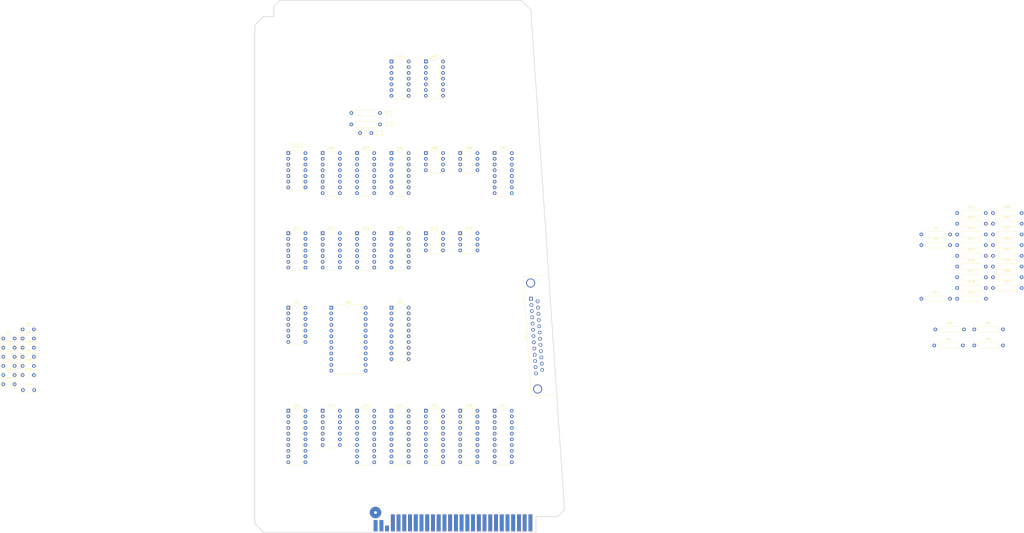
<source format=kicad_pcb>
(kicad_pcb (version 20221018) (generator pcbnew)
  (layers (0 "F.Cu" signal) (31 "B.Cu" signal) (34 "B.Paste" user) (35 "F.Paste" user) (36 "B.SilkS" user "B.Silkscreen") (37 "F.SilkS" user "F.Silkscreen") (38 "B.Mask" user) (39 "F.Mask" user) (44 "Edge.Cuts" user))
  (net 0 "")
  (net 1 "GND")
  (net 2 "+5V")
  (net 5 "{slash}SLn")
  (net 6 "{slash}SHn")
  (net 7 "{slash}INTn")
  (net 8 "Net-(J1-{slash}IAKn)")
  (net 9 "{slash}RESET")
  (net 10 "CPUCK")
  (net 15 "Net-(J1-{slash}BGINn)")
  (net 16 "/BDF")
  (net 17 "/BDE")
  (net 18 "/BDD")
  (net 19 "/BDC")
  (net 20 "/BDB")
  (net 21 "/BDA")
  (net 22 "/BD9")
  (net 23 "/BD8")
  (net 24 "/BD7")
  (net 25 "/BD6")
  (net 26 "/BD5")
  (net 27 "/BD4")
  (net 28 "/BD3")
  (net 29 "/BD2")
  (net 30 "/BD1")
  (net 31 "/BD0")
  (net 32 "/BA1")
  (net 33 "/BA2")
  (net 34 "/BA3")
  (net 35 "/BA4")
  (net 36 "/BA5")
  (net 37 "BA6")
  (net 38 "/BA7")
  (net 39 "/BA8")
  (net 40 "BA9")
  (net 41 "/BAA")
  (net 42 "/BAB")
  (net 46 "{slash}DTACK")
  (net 48 "READ")
  (net 53 "{slash}HWR")
  (net 54 "HCBUS0")
  (net 55 "HCBUS1")
  (net 57 "HCBUS2")
  (net 58 "{slash}BTREQ")
  (net 59 "HCBUS5")
  (net 60 "HCBUS6")
  (net 61 "HCBUS7")
  (net 62 "HUNK")
  (net 63 "{slash}HRD")
  (net 64 "HAD0")
  (net 65 "HAD1")
  (net 66 "HCBUSP")
  (net 67 "HAD2")
  (net 68 "{slash}HRST")
  (net 69 "HCBUS3")
  (net 70 "HCBUS4")
  (net 71 "{slash}HIR")
  (net 72 "PU1")
  (net 73 "PU2")
  (net 74 "Net-(UB4A-~{S})")
  (net 75 "PU5")
  (net 76 "Net-(UA4-A)")
  (net 78 "Net-(UA4-Qb)")
  (net 79 "Net-(UA4-Qc)")
  (net 81 "Net-(UA4-CLK)")
  (net 82 "{slash}FFR")
  (net 87 "Net-(UB2A-J)")
  (net 97 "Net-(UB1-Pad1)")
  (net 98 "Net-(UB2B-Q)")
  (net 99 "Net-(UB1-Pad3)")
  (net 100 "Net-(UB3A-C)")
  (net 101 "Net-(UB3B-~{Q})")
  (net 102 "Net-(UB7B-J)")
  (net 103 "{slash}SH")
  (net 104 "SHI")
  (net 105 "Net-(UB2A-~{Q})")
  (net 106 "Net-(UB2B-~{Q})")
  (net 107 "Net-(UB3A-J)")
  (net 108 "CKP")
  (net 109 "Net-(UB3A-~{Q})")
  (net 110 "Net-(UB3B-Q)")
  (net 111 "LAA")
  (net 112 "Net-(UB3A-~{R})")
  (net 113 "POUT")
  (net 114 "Net-(UB4A-Q)")
  (net 116 "{slash}BUSE")
  (net 117 "Net-(UB4B-~{S})")
  (net 118 "LA5")
  (net 119 "LA2")
  (net 120 "LA1")
  (net 121 "LA4")
  (net 122 "LA3")
  (net 125 "{slash}LORD")
  (net 126 "{slash}SL")
  (net 130 "{slash}HIWR")
  (net 131 "Net-(UC2-Pad10)")
  (net 132 "{slash}HIRD")
  (net 133 "Net-(UC3-Pad2)")
  (net 134 "PIN")
  (net 135 "LA8")
  (net 136 "Net-(UC3-Pad10)")
  (net 137 "WR")
  (net 138 "{slash}OEH")
  (net 139 "{slash}OEL")
  (net 140 "CKH")
  (net 141 "CKL")
  (net 142 "LA7")
  (net 143 "Net-(UD2-D0)")
  (net 144 "Net-(UD2-D1)")
  (net 145 "Net-(UD2-D2)")
  (net 146 "Net-(UD2-D3)")
  (net 147 "Net-(UD2-D4)")
  (net 148 "Net-(UD2-D5)")
  (net 149 "Net-(UD2-D6)")
  (net 150 "Net-(UD2-D7)")
  (net 151 "/LD0")
  (net 152 "/LD1")
  (net 153 "/LD2")
  (net 154 "/LD3")
  (net 155 "/LD4")
  (net 156 "/LD5")
  (net 157 "/LD6")
  (net 158 "/LD7")
  (net 159 "LA6")
  (footprint "Connector_Custom:Apple_Lisa_ExpansionBus_CardEdge" (layer "F.Cu") (at 113.64331 260.56717)
    (fp_text reference "J1" hide)
    (fp_text value "Lisa Expansion Card Edge")
    (pad "1" connect rect locked (at 34.29 0) (size 1.7 7.5) (layers "B.Cu" "B.Mask"))
    (pad "2" connect rect locked (at 34.29 0) (size 1.7 7.5) (layers "F.Cu" "F.Mask"))
    (pad "3" connect rect locked (at 31.75 0) (size 1.7 7.5) (layers "B.Cu" "B.Mask") (net 5 "{slash}SLn"))
    (pad "4" connect rect locked (at 31.75 0) (size 1.7 7.5) (layers "F.Cu" "F.Mask") (net 6 "{slash}SHn"))
    (pad "5" connect rect locked (at 29.21 0) (size 1.7 7.5) (layers "B.Cu" "B.Mask") (net 7 "{slash}INTn"))
    (pad "6" connect rect locked (at 29.21 0) (size 1.7 7.5) (layers "F.Cu" "F.Mask") (net 8 "Net-(J1-{slash}IAKn)"))
    (pad "7" connect rect locked (at 26.67 0) (size 1.7 7.5) (layers "B.Cu" "B.Mask") (net 9 "{slash}RESET"))
    (pad "8" connect rect locked (at 26.67 0) (size 1.7 7.5) (layers "F.Cu" "F.Mask") (net 10 "CPUCK"))
    (pad "9" connect rect locked (at 24.13 0) (size 1.7 7.5) (layers "B.Cu" "B.Mask"))
    (pad "10" connect rect locked (at 24.13 0) (size 1.7 7.5) (layers "F.Cu" "F.Mask"))
    (pad "11" connect rect locked (at 21.59 0) (size 1.7 7.5) (layers "B.Cu" "B.Mask"))
    (pad "12" connect rect locked (at 21.59 0) (size 1.7 7.5) (layers "F.Cu" "F.Mask"))
    (pad "13" connect rect locked (at 19.05 0) (size 1.7 7.5) (layers "B.Cu" "B.Mask") (net 15 "Net-(J1-{slash}BGINn)"))
    (pad "14" connect rect locked (at 19.05 0) (size 1.7 7.5) (layers "F.Cu" "F.Mask") (net 15 "Net-(J1-{slash}BGINn)"))
    (pad "15" connect rect locked (at 16.51 0) (size 1.7 7.5) (layers "B.Cu" "B.Mask") (net 16 "/BDF"))
    (pad "16" connect rect locked (at 16.51 0) (size 1.7 7.5) (layers "F.Cu" "F.Mask") (net 17 "/BDE"))
    (pad "17" connect rect locked (at 13.97 0) (size 1.7 7.5) (layers "B.Cu" "B.Mask") (net 18 "/BDD"))
    (pad "18" connect rect locked (at 13.97 0) (size 1.7 7.5) (layers "F.Cu" "F.Mask") (net 19 "/BDC"))
    (pad "19" connect rect locked (at 11.43 0) (size 1.7 7.5) (layers "B.Cu" "B.Mask") (net 20 "/BDB"))
    (pad "20" connect rect locked (at 11.43 0) (size 1.7 7.5) (layers "F.Cu" "F.Mask") (net 21 "/BDA"))
    (pad "21" connect rect locked (at 8.89 0) (size 1.7 7.5) (layers "B.Cu" "B.Mask") (net 22 "/BD9"))
    (pad "22" connect rect locked (at 8.89 0) (size 1.7 7.5) (layers "F.Cu" "F.Mask") (net 23 "/BD8"))
    (pad "23" connect rect locked (at 6.35 0) (size 1.7 7.5) (layers "B.Cu" "B.Mask") (net 24 "/BD7"))
    (pad "24" connect rect locked (at 6.35 0) (size 1.7 7.5) (layers "F.Cu" "F.Mask") (net 25 "/BD6"))
    (pad "25" connect rect locked (at 3.81 0) (size 1.7 7.5) (layers "B.Cu" "B.Mask") (net 26 "/BD5"))
    (pad "26" connect rect locked (at 3.81 0) (size 1.7 7.5) (layers "F.Cu" "F.Mask") (net 27 "/BD4"))
    (pad "27" connect rect locked (at 1.27 0) (size 1.7 7.5) (layers "B.Cu" "B.Mask") (net 28 "/BD3"))
    (pad "28" connect rect locked (at 1.27 0) (size 1.7 7.5) (layers "F.Cu" "F.Mask") (net 29 "/BD2"))
    (pad "29" connect rect locked (at -1.27 0) (size 1.7 7.5) (layers "B.Cu" "B.Mask") (net 30 "/BD1"))
    (pad "30" connect rect locked (at -1.27 0) (size 1.7 7.5) (layers "F.Cu" "F.Mask") (net 31 "/BD0"))
    (pad "31" connect rect locked (at -3.81 0) (size 1.7 7.5) (layers "B.Cu" "B.Mask") (net 32 "/BA1"))
    (pad "32" connect rect locked (at -3.81 0) (size 1.7 7.5) (layers "F.Cu" "F.Mask") (net 33 "/BA2"))
    (pad "33" connect rect locked (at -6.35 0) (size 1.7 7.5) (layers "B.Cu" "B.Mask") (net 34 "/BA3"))
    (pad "34" connect rect locked (at -6.35 0) (size 1.7 7.5) (layers "F.Cu" "F.Mask") (net 35 "/BA4"))
    (pad "35" connect rect locked (at -8.89 0) (size 1.7 7.5) (layers "B.Cu" "B.Mask") (net 36 "/BA5"))
    (pad "36" connect rect locked (at -8.89 0) (size 1.7 7.5) (layers "F.Cu" "F.Mask") (net 37 "BA6"))
    (pad "37" connect rect locked (at -11.43 0) (size 1.7 7.5) (layers "B.Cu" "B.Mask") (net 38 "/BA7"))
    (pad "38" connect rect locked (at -11.43 0) (size 1.7 7.5) (layers "F.Cu" "F.Mask") (net 39 "/BA8"))
    (pad "39" connect rect locked (at -13.97 0) (size 1.7 7.5) (layers "B.Cu" "B.Mask") (net 40 "BA9"))
    (pad "40" connect rect locked (at -13.97 0) (size 1.7 7.5) (layers "F.Cu" "F.Mask") (net 41 "/BAA"))
    (pad "41" connect rect locked (at -16.51 0) (size 1.7 7.5) (layers "B.Cu" "B.Mask") (net 42 "/BAB"))
    (pad "42" connect rect locked (at -16.51 0) (size 1.7 7.5) (layers "F.Cu" "F.Mask"))
    (pad "43" connect rect locked (at -19.05 0) (size 1.7 7.5) (layers "B.Cu" "B.Mask"))
    (pad "44" connect rect locked (at -19.05 0) (size 1.7 7.5) (layers "F.Cu" "F.Mask") (net 8 "Net-(J1-{slash}IAKn)"))
    (pad "45" connect rect locked (at -21.59 0) (size 1.7 7.5) (layers "B.Cu" "B.Mask"))
    (pad "46" connect rect locked (at -21.59 0) (size 1.7 7.5) (layers "F.Cu" "F.Mask") (net 46 "{slash}DTACK"))
    (pad "47" connect rect locked (at -24.13 0) (size 1.7 7.5) (layers "B.Cu" "B.Mask"))
    (pad "48" connect rect locked (at -24.13 0) (size 1.7 7.5) (layers "F.Cu" "F.Mask") (net 48 "READ"))
    (pad "49" connect rect locked (at -26.67 0) (size 1.7 7.5) (layers "B.Cu" "B.Mask"))
    (pad "50" connect rect locked (at -26.67 0) (size 1.7 7.5) (layers "F.Cu" "F.Mask"))
    (pad "51" connect rect locked (at -29.21 2.51) (size 1.7 2.48) (layers "B.Cu" "B.Mask"))
    (pad "52" connect rect locked (at -29.21 2.51) (size 1.7 2.48) (layers "F.Cu" "F.Mask"))
    (pad "53" connect rect locked (at -31.75 1.25) (size 1.7 5) (layers "B.Cu" "B.Mask") (net 1 "GND"))
    (pad "54" connect rect locked (at -31.75 1.25) (size 1.7 5) (layers "F.Cu" "F.Mask") (net 1 "GND"))
    (pad "55" connect rect locked (at -34.29 1.25) (size 1.7 5) (layers "B.Cu" "B.Mask") (net 2 "+5V"))
    (pad "56" connect rect locked (at -34.29 1.25) (size 1.7 5) (layers "F.Cu" "F.Mask") (net 2 "+5V"))
  )
  (footprint "Package_DIP:DIP-14_W7.62mm" (layer "F.Cu") (at 86.36 55.88)
    (fp_text reference "UA4" (at 3.81 -2.33) (layer "F.SilkS"))
    (fp_text value "74LS164")
    (pad "1" thru_hole rect (at 0 0) (size 1.6 1.6) (drill 0.8) (layers "*.Cu" "*.Mask") (net 76 "Net-(UA4-A)"))
    (pad "2" thru_hole oval (at 0 2.54) (size 1.6 1.6) (drill 0.8) (layers "*.Cu" "*.Mask") (net 76 "Net-(UA4-A)"))
    (pad "3" thru_hole oval (at 0 5.08) (size 1.6 1.6) (drill 0.8) (layers "*.Cu" "*.Mask"))
    (pad "4" thru_hole oval (at 0 7.62) (size 1.6 1.6) (drill 0.8) (layers "*.Cu" "*.Mask") (net 78 "Net-(UA4-Qb)"))
    (pad "5" thru_hole oval (at 0 10.16) (size 1.6 1.6) (drill 0.8) (layers "*.Cu" "*.Mask") (net 79 "Net-(UA4-Qc)"))
    (pad "6" thru_hole oval (at 0 12.7) (size 1.6 1.6) (drill 0.8) (layers "*.Cu" "*.Mask"))
    (pad "7" thru_hole oval (at 0 15.24) (size 1.6 1.6) (drill 0.8) (layers "*.Cu" "*.Mask") (net 1 "GND"))
    (pad "8" thru_hole oval (at 7.62 15.24) (size 1.6 1.6) (drill 0.8) (layers "*.Cu" "*.Mask") (net 81 "Net-(UA4-CLK)"))
    (pad "9" thru_hole oval (at 7.62 12.7) (size 1.6 1.6) (drill 0.8) (layers "*.Cu" "*.Mask") (net 82 "{slash}FFR"))
    (pad "10" thru_hole oval (at 7.62 10.16) (size 1.6 1.6) (drill 0.8) (layers "*.Cu" "*.Mask"))
    (pad "11" thru_hole oval (at 7.62 7.62) (size 1.6 1.6) (drill 0.8) (layers "*.Cu" "*.Mask"))
    (pad "12" thru_hole oval (at 7.62 5.08) (size 1.6 1.6) (drill 0.8) (layers "*.Cu" "*.Mask"))
    (pad "13" thru_hole oval (at 7.62 2.54) (size 1.6 1.6) (drill 0.8) (layers "*.Cu" "*.Mask"))
    (pad "14" thru_hole oval (at 7.62 0) (size 1.6 1.6) (drill 0.8) (layers "*.Cu" "*.Mask") (net 2 "+5V"))
  )
  (footprint "Package_DIP:DIP-20_W7.62mm" (layer "F.Cu") (at 101.6 210.82)
    (fp_text reference "UE5" (at 3.81 -2.33) (layer "F.SilkS"))
    (fp_text value "74LS374")
    (pad "1" thru_hole rect (at 0 0) (size 1.6 1.6) (drill 0.8) (layers "*.Cu" "*.Mask") (net 132 "{slash}HIRD"))
    (pad "2" thru_hole oval (at 0 2.54) (size 1.6 1.6) (drill 0.8) (layers "*.Cu" "*.Mask") (net 31 "/BD0"))
    (pad "3" thru_hole oval (at 0 5.08) (size 1.6 1.6) (drill 0.8) (layers "*.Cu" "*.Mask") (net 151 "/LD0"))
    (pad "4" thru_hole oval (at 0 7.62) (size 1.6 1.6) (drill 0.8) (layers "*.Cu" "*.Mask") (net 152 "/LD1"))
    (pad "5" thru_hole oval (at 0 10.16) (size 1.6 1.6) (drill 0.8) (layers "*.Cu" "*.Mask") (net 30 "/BD1"))
    (pad "6" thru_hole oval (at 0 12.7) (size 1.6 1.6) (drill 0.8) (layers "*.Cu" "*.Mask") (net 29 "/BD2"))
    (pad "7" thru_hole oval (at 0 15.24) (size 1.6 1.6) (drill 0.8) (layers "*.Cu" "*.Mask") (net 153 "/LD2"))
    (pad "8" thru_hole oval (at 0 17.78) (size 1.6 1.6) (drill 0.8) (layers "*.Cu" "*.Mask") (net 154 "/LD3"))
    (pad "9" thru_hole oval (at 0 20.32) (size 1.6 1.6) (drill 0.8) (layers "*.Cu" "*.Mask") (net 28 "/BD3"))
    (pad "10" thru_hole oval (at 0 22.86) (size 1.6 1.6) (drill 0.8) (layers "*.Cu" "*.Mask") (net 1 "GND"))
    (pad "11" thru_hole oval (at 7.62 22.86) (size 1.6 1.6) (drill 0.8) (layers "*.Cu" "*.Mask") (net 141 "CKL"))
    (pad "12" thru_hole oval (at 7.62 20.32) (size 1.6 1.6) (drill 0.8) (layers "*.Cu" "*.Mask") (net 27 "/BD4"))
    (pad "13" thru_hole oval (at 7.62 17.78) (size 1.6 1.6) (drill 0.8) (layers "*.Cu" "*.Mask") (net 155 "/LD4"))
    (pad "14" thru_hole oval (at 7.62 15.24) (size 1.6 1.6) (drill 0.8) (layers "*.Cu" "*.Mask") (net 156 "/LD5"))
    (pad "15" thru_hole oval (at 7.62 12.7) (size 1.6 1.6) (drill 0.8) (layers "*.Cu" "*.Mask") (net 26 "/BD5"))
    (pad "16" thru_hole oval (at 7.62 10.16) (size 1.6 1.6) (drill 0.8) (layers "*.Cu" "*.Mask") (net 25 "/BD6"))
    (pad "17" thru_hole oval (at 7.62 7.62) (size 1.6 1.6) (drill 0.8) (layers "*.Cu" "*.Mask") (net 157 "/LD6"))
    (pad "18" thru_hole oval (at 7.62 5.08) (size 1.6 1.6) (drill 0.8) (layers "*.Cu" "*.Mask") (net 158 "/LD7"))
    (pad "19" thru_hole oval (at 7.62 2.54) (size 1.6 1.6) (drill 0.8) (layers "*.Cu" "*.Mask") (net 24 "/BD7"))
    (pad "20" thru_hole oval (at 7.62 0) (size 1.6 1.6) (drill 0.8) (layers "*.Cu" "*.Mask") (net 2 "+5V"))
  )
  (footprint "Resistor_THT_Custom:R_Axial_DIN0309_L9.0mm_D2.54mm_P12.70mm_Horizontal" (layer "F.Cu") (at 68.58 78.74)
    (fp_text reference "R1" (at 16.51 0) (layer "F.SilkS") (effects (font (size 2 2))))
    (fp_text value "3.3K")
    (pad "1" thru_hole circle (at 0 0) (size 1.6 1.6) (drill 0.8) (layers "*.Cu" "*.Mask") (net 2 "+5V"))
    (pad "2" thru_hole oval (at 12.7 0) (size 1.6 1.6) (drill 0.8) (layers "*.Cu" "*.Mask") (net 72 "PU1"))
  )
  (footprint "Package_DIP:DIP-14_W7.62mm" (layer "F.Cu") (at 86.36 132.08)
    (fp_text reference "UC4" (at 3.81 -2.33) (layer "F.SilkS"))
    (fp_text value "74LS00")
    (pad "1" thru_hole rect (at 0 0) (size 1.6 1.6) (drill 0.8) (layers "*.Cu" "*.Mask") (net 76 "Net-(UA4-A)"))
    (pad "2" thru_hole oval (at 0 2.54) (size 1.6 1.6) (drill 0.8) (layers "*.Cu" "*.Mask") (net 137 "WR"))
    (pad "3" thru_hole oval (at 0 5.08) (size 1.6 1.6) (drill 0.8) (layers "*.Cu" "*.Mask") (net 138 "{slash}OEH"))
    (pad "4" thru_hole oval (at 0 7.62) (size 1.6 1.6) (drill 0.8) (layers "*.Cu" "*.Mask") (net 137 "WR"))
    (pad "5" thru_hole oval (at 0 10.16) (size 1.6 1.6) (drill 0.8) (layers "*.Cu" "*.Mask") (net 98 "Net-(UB2B-Q)"))
    (pad "6" thru_hole oval (at 0 12.7) (size 1.6 1.6) (drill 0.8) (layers "*.Cu" "*.Mask") (net 139 "{slash}OEL"))
    (pad "7" thru_hole oval (at 0 15.24) (size 1.6 1.6) (drill 0.8) (layers "*.Cu" "*.Mask") (net 1 "GND"))
    (pad "8" thru_hole oval (at 7.62 15.24) (size 1.6 1.6) (drill 0.8) (layers "*.Cu" "*.Mask") (net 140 "CKH"))
    (pad "9" thru_hole oval (at 7.62 12.7) (size 1.6 1.6) (drill 0.8) (layers "*.Cu" "*.Mask") (net 76 "Net-(UA4-A)"))
    (pad "10" thru_hole oval (at 7.62 10.16) (size 1.6 1.6) (drill 0.8) (layers "*.Cu" "*.Mask") (net 108 "CKP"))
    (pad "11" thru_hole oval (at 7.62 7.62) (size 1.6 1.6) (drill 0.8) (layers "*.Cu" "*.Mask") (net 141 "CKL"))
    (pad "12" thru_hole oval (at 7.62 5.08) (size 1.6 1.6) (drill 0.8) (layers "*.Cu" "*.Mask") (net 108 "CKP"))
    (pad "13" thru_hole oval (at 7.62 2.54) (size 1.6 1.6) (drill 0.8) (layers "*.Cu" "*.Mask") (net 98 "Net-(UB2B-Q)"))
    (pad "14" thru_hole oval (at 7.62 0) (size 1.6 1.6) (drill 0.8) (layers "*.Cu" "*.Mask") (net 2 "+5V"))
  )
  (footprint "Resistor_THT_Custom:R_Axial_DIN0309_L9.0mm_D2.54mm_P12.70mm_Horizontal" (layer "F.Cu") (at 352.936 146.875262)
    (fp_text reference "R25" (at 6.35 -2.72) (layer "F.SilkS"))
    (fp_text value "330")
    (pad "1" thru_hole circle (at 0 0) (size 1.6 1.6) (drill 0.8) (layers "*.Cu" "*.Mask") (net 60 "HCBUS6"))
    (pad "2" thru_hole oval (at 12.7 0) (size 1.6 1.6) (drill 0.8) (layers "*.Cu" "*.Mask") (net 2 "+5V"))
  )
  (footprint "Package_DIP:DIP-8_W7.62mm" (layer "F.Cu") (at 116.84 96.52)
    (fp_text reference "UB6" (at 3.81 -2.33) (layer "F.SilkS"))
    (fp_text value "75463")
    (pad "1" thru_hole rect (at 0 0) (size 1.6 1.6) (drill 0.8) (layers "*.Cu" "*.Mask") (net 116 "{slash}BUSE"))
    (pad "2" thru_hole oval (at 0 2.54) (size 1.6 1.6) (drill 0.8) (layers "*.Cu" "*.Mask") (net 121 "LA4"))
    (pad "3" thru_hole oval (at 0 5.08) (size 1.6 1.6) (drill 0.8) (layers "*.Cu" "*.Mask") (net 62 "HUNK"))
    (pad "4" thru_hole oval (at 0 7.62) (size 1.6 1.6) (drill 0.8) (layers "*.Cu" "*.Mask") (net 1 "GND"))
    (pad "5" thru_hole oval (at 7.62 7.62) (size 1.6 1.6) (drill 0.8) (layers "*.Cu" "*.Mask") (net 67 "HAD2"))
    (pad "6" thru_hole oval (at 7.62 5.08) (size 1.6 1.6) (drill 0.8) (layers "*.Cu" "*.Mask") (net 122 "LA3"))
    (pad "7" thru_hole oval (at 7.62 2.54) (size 1.6 1.6) (drill 0.8) (layers "*.Cu" "*.Mask") (net 116 "{slash}BUSE"))
    (pad "8" thru_hole oval (at 7.62 0) (size 1.6 1.6) (drill 0.8) (layers "*.Cu" "*.Mask") (net 2 "+5V"))
  )
  (footprint "Capacitor_THT_Custom:C_Disc_D7.0mm_W2.3mm_P5.00mm" (layer "F.Cu") (at -77.117 190.9528)
    (fp_text reference "C12" (at 2.5 -2.5) (layer "F.SilkS"))
    (fp_text value "0.1uF 50V\n")
    (pad "1" thru_hole circle (at 0 0) (size 1.6 1.6) (drill 0.8) (layers "*.Cu" "*.Mask") (net 1 "GND"))
    (pad "2" thru_hole circle (at 5 0) (size 1.6 1.6) (drill 0.8) (layers "*.Cu" "*.Mask") (net 2 "+5V"))
  )
  (footprint "Resistor_THT_Custom:R_Axial_DIN0309_L9.0mm_D2.54mm_P12.70mm_Horizontal" (layer "F.Cu") (at 337.086 137.375262)
    (fp_text reference "R14" (at 6.35 -2.72) (layer "F.SilkS"))
    (fp_text value "390")
    (pad "1" thru_hole circle (at 0 0) (size 1.6 1.6) (drill 0.8) (layers "*.Cu" "*.Mask") (net 1 "GND"))
    (pad "2" thru_hole oval (at 12.7 0) (size 1.6 1.6) (drill 0.8) (layers "*.Cu" "*.Mask") (net 69 "HCBUS3"))
  )
  (footprint "Package_DIP:DIP-20_W7.62mm" (layer "F.Cu") (at 116.84 210.82)
    (fp_text reference "UE6" (at 3.81 -2.33) (layer "F.SilkS"))
    (fp_text value "74LS374")
    (pad "1" thru_hole rect (at 0 0) (size 1.6 1.6) (drill 0.8) (layers "*.Cu" "*.Mask") (net 138 "{slash}OEH"))
    (pad "2" thru_hole oval (at 0 2.54) (size 1.6 1.6) (drill 0.8) (layers "*.Cu" "*.Mask") (net 151 "/LD0"))
    (pad "3" thru_hole oval (at 0 5.08) (size 1.6 1.6) (drill 0.8) (layers "*.Cu" "*.Mask") (net 23 "/BD8"))
    (pad "4" thru_hole oval (at 0 7.62) (size 1.6 1.6) (drill 0.8) (layers "*.Cu" "*.Mask") (net 22 "/BD9"))
    (pad "5" thru_hole oval (at 0 10.16) (size 1.6 1.6) (drill 0.8) (layers "*.Cu" "*.Mask") (net 152 "/LD1"))
    (pad "6" thru_hole oval (at 0 12.7) (size 1.6 1.6) (drill 0.8) (layers "*.Cu" "*.Mask") (net 153 "/LD2"))
    (pad "7" thru_hole oval (at 0 15.24) (size 1.6 1.6) (drill 0.8) (layers "*.Cu" "*.Mask") (net 21 "/BDA"))
    (pad "8" thru_hole oval (at 0 17.78) (size 1.6 1.6) (drill 0.8) (layers "*.Cu" "*.Mask") (net 20 "/BDB"))
    (pad "9" thru_hole oval (at 0 20.32) (size 1.6 1.6) (drill 0.8) (layers "*.Cu" "*.Mask") (net 154 "/LD3"))
    (pad "10" thru_hole oval (at 0 22.86) (size 1.6 1.6) (drill 0.8) (layers "*.Cu" "*.Mask") (net 1 "GND"))
    (pad "11" thru_hole oval (at 7.62 22.86) (size 1.6 1.6) (drill 0.8) (layers "*.Cu" "*.Mask") (net 104 "SHI"))
    (pad "12" thru_hole oval (at 7.62 20.32) (size 1.6 1.6) (drill 0.8) (layers "*.Cu" "*.Mask") (net 155 "/LD4"))
    (pad "13" thru_hole oval (at 7.62 17.78) (size 1.6 1.6) (drill 0.8) (layers "*.Cu" "*.Mask") (net 19 "/BDC"))
    (pad "14" thru_hole oval (at 7.62 15.24) (size 1.6 1.6) (drill 0.8) (layers "*.Cu" "*.Mask") (net 18 "/BDD"))
    (pad "15" thru_hole oval (at 7.62 12.7) (size 1.6 1.6) (drill 0.8) (layers "*.Cu" "*.Mask") (net 156 "/LD5"))
    (pad "16" thru_hole oval (at 7.62 10.16) (size 1.6 1.6) (drill 0.8) (layers "*.Cu" "*.Mask") (net 157 "/LD6"))
    (pad "17" thru_hole oval (at 7.62 7.62) (size 1.6 1.6) (drill 0.8) (layers "*.Cu" "*.Mask") (net 17 "/BDE"))
    (pad "18" thru_hole oval (at 7.62 5.08) (size 1.6 1.6) (drill 0.8) (layers "*.Cu" "*.Mask") (net 16 "/BDF"))
    (pad "19" thru_hole oval (at 7.62 2.54) (size 1.6 1.6) (drill 0.8) (layers "*.Cu" "*.Mask") (net 158 "/LD7"))
    (pad "20" thru_hole oval (at 7.62 0) (size 1.6 1.6) (drill 0.8) (layers "*.Cu" "*.Mask") (net 2 "+5V"))
  )
  (footprint "Resistor_THT_Custom:R_Axial_DIN0309_L9.0mm_D2.54mm_P12.70mm_Horizontal" (layer "F.Cu") (at 321.236 132.625262)
    (fp_text reference "R3" (at 6.35 -2.72) (layer "F.SilkS"))
    (fp_text value "3.3K")
    (pad "1" thru_hole circle (at 0 0) (size 1.6 1.6) (drill 0.8) (layers "*.Cu" "*.Mask") (net 74 "Net-(UB4A-~{S})"))
    (pad "2" thru_hole oval (at 12.7 0) (size 1.6 1.6) (drill 0.8) (layers "*.Cu" "*.Mask") (net 2 "+5V"))
  )
  (footprint "Package_DIP:DIP-14_W7.62mm" (layer "F.Cu") (at 55.88 210.82)
    (fp_text reference "UE2" (at 3.81 -2.33) (layer "F.SilkS"))
    (fp_text value "74LS280")
    (pad "1" thru_hole rect (at 0 0) (size 1.6 1.6) (drill 0.8) (layers "*.Cu" "*.Mask") (net 157 "/LD6"))
    (pad "2" thru_hole oval (at 0 2.54) (size 1.6 1.6) (drill 0.8) (layers "*.Cu" "*.Mask") (net 158 "/LD7"))
    (pad "3" thru_hole oval (at 0 5.08) (size 1.6 1.6) (drill 0.8) (layers "*.Cu" "*.Mask"))
    (pad "4" thru_hole oval (at 0 7.62) (size 1.6 1.6) (drill 0.8) (layers "*.Cu" "*.Mask") (net 134 "PIN"))
    (pad "5" thru_hole oval (at 0 10.16) (size 1.6 1.6) (drill 0.8) (layers "*.Cu" "*.Mask") (net 113 "POUT"))
    (pad "6" thru_hole oval (at 0 12.7) (size 1.6 1.6) (drill 0.8) (layers "*.Cu" "*.Mask"))
    (pad "7" thru_hole oval (at 0 15.24) (size 1.6 1.6) (drill 0.8) (layers "*.Cu" "*.Mask") (net 1 "GND"))
    (pad "8" thru_hole oval (at 7.62 15.24) (size 1.6 1.6) (drill 0.8) (layers "*.Cu" "*.Mask") (net 151 "/LD0"))
    (pad "9" thru_hole oval (at 7.62 12.7) (size 1.6 1.6) (drill 0.8) (layers "*.Cu" "*.Mask") (net 152 "/LD1"))
    (pad "10" thru_hole oval (at 7.62 10.16) (size 1.6 1.6) (drill 0.8) (layers "*.Cu" "*.Mask") (net 153 "/LD2"))
    (pad "11" thru_hole oval (at 7.62 7.62) (size 1.6 1.6) (drill 0.8) (layers "*.Cu" "*.Mask") (net 154 "/LD3"))
    (pad "12" thru_hole oval (at 7.62 5.08) (size 1.6 1.6) (drill 0.8) (layers "*.Cu" "*.Mask") (net 155 "/LD4"))
    (pad "13" thru_hole oval (at 7.62 2.54) (size 1.6 1.6) (drill 0.8) (layers "*.Cu" "*.Mask") (net 156 "/LD5"))
    (pad "14" thru_hole oval (at 7.62 0) (size 1.6 1.6) (drill 0.8) (layers "*.Cu" "*.Mask") (net 2 "+5V"))
  )
  (footprint "Package_DIP:DIP-20_W7.62mm" (layer "F.Cu") (at 86.36 165.1)
    (fp_text reference "UD4" (at 3.81 -2.33) (layer "F.SilkS"))
    (fp_text value "8304")
    (pad "1" thru_hole rect (at 0 0) (size 1.6 1.6) (drill 0.8) (layers "*.Cu" "*.Mask") (net 151 "/LD0"))
    (pad "2" thru_hole oval (at 0 2.54) (size 1.6 1.6) (drill 0.8) (layers "*.Cu" "*.Mask") (net 152 "/LD1"))
    (pad "3" thru_hole oval (at 0 5.08) (size 1.6 1.6) (drill 0.8) (layers "*.Cu" "*.Mask") (net 153 "/LD2"))
    (pad "4" thru_hole oval (at 0 7.62) (size 1.6 1.6) (drill 0.8) (layers "*.Cu" "*.Mask") (net 154 "/LD3"))
    (pad "5" thru_hole oval (at 0 10.16) (size 1.6 1.6) (drill 0.8) (layers "*.Cu" "*.Mask") (net 155 "/LD4"))
    (pad "6" thru_hole oval (at 0 12.7) (size 1.6 1.6) (drill 0.8) (layers "*.Cu" "*.Mask") (net 156 "/LD5"))
    (pad "7" thru_hole oval (at 0 15.24) (size 1.6 1.6) (drill 0.8) (layers "*.Cu" "*.Mask") (net 157 "/LD6"))
    (pad "8" thru_hole oval (at 0 17.78) (size 1.6 1.6) (drill 0.8) (layers "*.Cu" "*.Mask") (net 158 "/LD7"))
    (pad "9" thru_hole oval (at 0 20.32) (size 1.6 1.6) (drill 0.8) (layers "*.Cu" "*.Mask") (net 116 "{slash}BUSE"))
    (pad "10" thru_hole oval (at 0 22.86) (size 1.6 1.6) (drill 0.8) (layers "*.Cu" "*.Mask") (net 1 "GND"))
    (pad "11" thru_hole oval (at 7.62 22.86) (size 1.6 1.6) (drill 0.8) (layers "*.Cu" "*.Mask") (net 137 "WR"))
    (pad "12" thru_hole oval (at 7.62 20.32) (size 1.6 1.6) (drill 0.8) (layers "*.Cu" "*.Mask") (net 61 "HCBUS7"))
    (pad "13" thru_hole oval (at 7.62 17.78) (size 1.6 1.6) (drill 0.8) (layers "*.Cu" "*.Mask") (net 60 "HCBUS6"))
    (pad "14" thru_hole oval (at 7.62 15.24) (size 1.6 1.6) (drill 0.8) (layers "*.Cu" "*.Mask") (net 59 "HCBUS5"))
    (pad "15" thru_hole oval (at 7.62 12.7) (size 1.6 1.6) (drill 0.8) (layers "*.Cu" "*.Mask") (net 70 "HCBUS4"))
    (pad "16" thru_hole oval (at 7.62 10.16) (size 1.6 1.6) (drill 0.8) (layers "*.Cu" "*.Mask") (net 69 "HCBUS3"))
    (pad "17" thru_hole oval (at 7.62 7.62) (size 1.6 1.6) (drill 0.8) (layers "*.Cu" "*.Mask") (net 57 "HCBUS2"))
    (pad "18" thru_hole oval (at 7.62 5.08) (size 1.6 1.6) (drill 0.8) (layers "*.Cu" "*.Mask") (net 55 "HCBUS1"))
    (pad "19" thru_hole oval (at 7.62 2.54) (size 1.6 1.6) (drill 0.8) (layers "*.Cu" "*.Mask") (net 54 "HCBUS0"))
    (pad "20" thru_hole oval (at 7.62 0) (size 1.6 1.6) (drill 0.8) (layers "*.Cu" "*.Mask") (net 2 "+5V"))
  )
  (footprint "Resistor_THT_Custom:R_Axial_DIN0309_L9.0mm_D2.54mm_P12.70mm_Horizontal" (layer "F.Cu") (at 337.086 127.875262)
    (fp_text reference "R12" (at 6.35 -2.72) (layer "F.SilkS"))
    (fp_text value "390")
    (pad "1" thru_hole circle (at 0 0) (size 1.6 1.6) (drill 0.8) (layers "*.Cu" "*.Mask") (net 1 "GND"))
    (pad "2" thru_hole oval (at 12.7 0) (size 1.6 1.6) (drill 0.8) (layers "*.Cu" "*.Mask") (net 57 "HCBUS2"))
  )
  (footprint "Package_DIP:DIP-14_W7.62mm" (layer "F.Cu") (at 40.64 132.08)
    (fp_text reference "UC1" (at 3.81 -2.33) (layer "F.SilkS"))
    (fp_text value "74LS125")
    (pad "1" thru_hole rect (at 0 0) (size 1.6 1.6) (drill 0.8) (layers "*.Cu" "*.Mask") (net 125 "{slash}LORD"))
    (pad "2" thru_hole oval (at 0 2.54) (size 1.6 1.6) (drill 0.8) (layers "*.Cu" "*.Mask") (net 114 "Net-(UB4A-Q)"))
    (pad "3" thru_hole oval (at 0 5.08) (size 1.6 1.6) (drill 0.8) (layers "*.Cu" "*.Mask") (net 16 "/BDF"))
    (pad "4" thru_hole oval (at 0 7.62) (size 1.6 1.6) (drill 0.8) (layers "*.Cu" "*.Mask") (net 126 "{slash}SL"))
    (pad "5" thru_hole oval (at 0 10.16) (size 1.6 1.6) (drill 0.8) (layers "*.Cu" "*.Mask") (net 1 "GND"))
    (pad "6" thru_hole oval (at 0 12.7) (size 1.6 1.6) (drill 0.8) (layers "*.Cu" "*.Mask") (net 46 "{slash}DTACK"))
    (pad "7" thru_hole oval (at 0 15.24) (size 1.6 1.6) (drill 0.8) (layers "*.Cu" "*.Mask") (net 1 "GND"))
    (pad "8" thru_hole oval (at 7.62 15.24) (size 1.6 1.6) (drill 0.8) (layers "*.Cu" "*.Mask") (net 46 "{slash}DTACK"))
    (pad "9" thru_hole oval (at 7.62 12.7) (size 1.6 1.6) (drill 0.8) (layers "*.Cu" "*.Mask") (net 97 "Net-(UB1-Pad1)"))
    (pad "10" thru_hole oval (at 7.62 10.16) (size 1.6 1.6) (drill 0.8) (layers "*.Cu" "*.Mask") (net 103 "{slash}SH"))
    (pad "11" thru_hole oval (at 7.62 7.62) (size 1.6 1.6) (drill 0.8) (layers "*.Cu" "*.Mask"))
    (pad "12" thru_hole oval (at 7.62 5.08) (size 1.6 1.6) (drill 0.8) (layers "*.Cu" "*.Mask"))
    (pad "13" thru_hole oval (at 7.62 2.54) (size 1.6 1.6) (drill 0.8) (layers "*.Cu" "*.Mask"))
    (pad "14" thru_hole oval (at 7.62 0) (size 1.6 1.6) (drill 0.8) (layers "*.Cu" "*.Mask") (net 2 "+5V"))
  )
  (footprint "Connector_Dsub:DSUB-25_Female_Horizontal_P2.77x2.84mm_EdgePinOffset4.94mm_Housed_MountingHolesOffset7.48mm" (layer "F.Cu") (at 148.204454 161.112263 93.8)
    (fp_text reference "J2" (at -16.62 -3.7 93.8) (layer "F.SilkS"))
    (fp_text value "DB25_Receptacle_MountingHoles")
    (pad "0" thru_hole circle (at -40.17 0.3 93.8) (size 4 4) (drill 3.2) (layers "*.Cu" "*.Mask") (net 1 "GND"))
    (pad "0" thru_hole circle (at 6.93 0.3 93.8) (size 4 4) (drill 3.2) (layers "*.Cu" "*.Mask") (net 1 "GND"))
    (pad "1" thru_hole rect (at 0 0 93.8) (size 1.6 1.6) (drill 1) (layers "*.Cu" "*.Mask") (net 1 "GND"))
    (pad "2" thru_hole circle (at -2.77 0 93.8) (size 1.6 1.6) (drill 1) (layers "*.Cu" "*.Mask") (net 1 "GND"))
    (pad "3" thru_hole circle (at -5.54 0 93.8) (size 1.6 1.6) (drill 1) (layers "*.Cu" "*.Mask") (net 53 "{slash}HWR"))
    (pad "4" thru_hole circle (at -8.31 0 93.8) (size 1.6 1.6) (drill 1) (layers "*.Cu" "*.Mask") (net 1 "GND"))
    (pad "5" thru_hole circle (at -11.08 0 93.8) (size 1.6 1.6) (drill 1) (layers "*.Cu" "*.Mask") (net 54 "HCBUS0"))
    (pad "6" thru_hole circle (at -13.85 0 93.8) (size 1.6 1.6) (drill 1) (layers "*.Cu" "*.Mask") (net 55 "HCBUS1"))
    (pad "7" thru_hole circle (at -16.62 0 93.8) (size 1.6 1.6) (drill 1) (layers "*.Cu" "*.Mask"))
    (pad "8" thru_hole circle (at -19.39 0 93.8) (size 1.6 1.6) (drill 1) (layers "*.Cu" "*.Mask") (net 57 "HCBUS2"))
    (pad "9" thru_hole circle (at -22.16 0 93.8) (size 1.6 1.6) (drill 1) (layers "*.Cu" "*.Mask") (net 1 "GND"))
    (pad "10" thru_hole circle (at -24.93 0 93.8) (size 1.6 1.6) (drill 1) (layers "*.Cu" "*.Mask") (net 58 "{slash}BTREQ"))
    (pad "11" thru_hole circle (at -27.7 0 93.8) (size 1.6 1.6) (drill 1) (layers "*.Cu" "*.Mask") (net 59 "HCBUS5"))
    (pad "12" thru_hole circle (at -30.47 0 93.8) (size 1.6 1.6) (drill 1) (layers "*.Cu" "*.Mask") (net 60 "HCBUS6"))
    (pad "13" thru_hole circle (at -33.24 0 93.8) (size 1.6 1.6) (drill 1) (layers "*.Cu" "*.Mask") (net 61 "HCBUS7"))
    (pad "14" thru_hole circle (at -1.385 2.84 93.8) (size 1.6 1.6) (drill 1) (layers "*.Cu" "*.Mask") (net 62 "HUNK"))
    (pad "15" thru_hole circle (at -4.155 2.84 93.8) (size 1.6 1.6) (drill 1) (layers "*.Cu" "*.Mask") (net 63 "{slash}HRD"))
    (pad "16" thru_hole circle (at -6.925 2.84 93.8) (size 1.6 1.6) (drill 1) (layers "*.Cu" "*.Mask") (net 64 "HAD0"))
    (pad "17" thru_hole circle (at -9.695 2.84 93.8) (size 1.6 1.6) (drill 1) (layers "*.Cu" "*.Mask") (net 65 "HAD1"))
    (pad "18" thru_hole circle (at -12.465 2.84 93.8) (size 1.6 1.6) (drill 1) (layers "*.Cu" "*.Mask") (net 66 "HCBUSP"))
    (pad "19" thru_hole circle (at -15.235 2.84 93.8) (size 1.6 1.6) (drill 1) (layers "*.Cu" "*.Mask") (net 67 "HAD2"))
    (pad "20" thru_hole circle (at -18.005 2.84 93.8) (size 1.6 1.6) (drill 1) (layers "*.Cu" "*.Mask") (net 1 "GND"))
    (pad "21" thru_hole circle (at -20.775 2.84 93.8) (size 1.6 1.6) (drill 1) (layers "*.Cu" "*.Mask") (net 68 "{slash}HRST"))
    (pad "22" thru_hole circle (at -23.545 2.84 93.8) (size 1.6 1.6) (drill 1) (layers "*.Cu" "*.Mask") (net 69 "HCBUS3"))
    (pad "23" thru_hole circle (at -26.315 2.84 93.8) (size 1.6 1.6) (drill 1) (layers "*.Cu" "*.Mask") (net 70 "HCBUS4"))
    (pad "24" thru_hole circle (at -29.085 2.84 93.8) (size 1.6 1.6) (drill 1) (layers "*.Cu" "*.Mask") (net 1 "GND"))
    (pad "25" thru_hole circle (at -31.855 2.84 93.8) (size 1.6 1.6) (drill 1) (layers "*.Cu" "*.Mask") (net 71 "{slash}HIR"))
  )
  (footprint "Resistor_THT_Custom:R_Axial_DIN0309_L9.0mm_D2.54mm_P12.70mm_Horizontal" (layer "F.Cu") (at 344.678 181.864)
    (fp_text reference "R9" (at 6.35 -2.72) (layer "F.SilkS"))
    (fp_text value "220")
    (pad "1" thru_hole circle (at 0 0) (size 1.6 1.6) (drill 0.8) (layers "*.Cu" "*.Mask") (net 2 "+5V"))
    (pad "2" thru_hole oval (at 12.7 0) (size 1.6 1.6) (drill 0.8) (layers "*.Cu" "*.Mask") (net 66 "HCBUSP"))
  )
  (footprint "Capacitor_THT_Custom:C_Disc_D7.0mm_W2.3mm_P5.00mm" (layer "F.Cu") (at -77.117 174.7528)
    (fp_text reference "C8" (at 2.5 -2.5) (layer "F.SilkS"))
    (fp_text value "0.1uF 50V\n")
    (pad "1" thru_hole circle (at 0 0) (size 1.6 1.6) (drill 0.8) (layers "*.Cu" "*.Mask") (net 1 "GND"))
    (pad "2" thru_hole circle (at 5 0) (size 1.6 1.6) (drill 0.8) (layers "*.Cu" "*.Mask") (net 2 "+5V"))
  )
  (footprint "Resistor_THT_Custom:R_Axial_DIN0309_L9.0mm_D2.54mm_P12.70mm_Horizontal" (layer "F.Cu") (at 344.678 174.752)
    (fp_text reference "R7" (at 6.35 -2.72) (layer "F.SilkS"))
    (fp_text value "330")
    (pad "1" thru_hole circle (at 0 0) (size 1.6 1.6) (drill 0.8) (layers "*.Cu" "*.Mask") (net 54 "HCBUS0"))
    (pad "2" thru_hole oval (at 12.7 0) (size 1.6 1.6) (drill 0.8) (layers "*.Cu" "*.Mask") (net 2 "+5V"))
  )
  (footprint "Capacitor_THT_Custom:C_Disc_D7.0mm_W2.3mm_P5.00mm" (layer "F.Cu") (at -85.667 195.0028)
    (fp_text reference "C6" (at 2.5 -2.5) (layer "F.SilkS"))
    (fp_text value "0.1uF 50V\n")
    (pad "1" thru_hole circle (at 0 0) (size 1.6 1.6) (drill 0.8) (layers "*.Cu" "*.Mask") (net 1 "GND"))
    (pad "2" thru_hole circle (at 5 0) (size 1.6 1.6) (drill 0.8) (layers "*.Cu" "*.Mask") (net 2 "+5V"))
  )
  (footprint "Capacitor_THT_Custom:C_Disc_D7.0mm_W2.3mm_P5.00mm" (layer "F.Cu") (at -85.667 199.0528)
    (fp_text reference "C7" (at 2.5 -2.5) (layer "F.SilkS"))
    (fp_text value "0.1uF 50V\n")
    (pad "1" thru_hole circle (at 0 0) (size 1.6 1.6) (drill 0.8) (layers "*.Cu" "*.Mask") (net 1 "GND"))
    (pad "2" thru_hole circle (at 5 0) (size 1.6 1.6) (drill 0.8) (layers "*.Cu" "*.Mask") (net 2 "+5V"))
  )
  (footprint "Package_DIP:DIP-14_W7.62mm" (layer "F.Cu") (at 40.64 96.52)
    (fp_text reference "UB1" (at 3.81 -3.556) (layer "F.SilkS") (effects (font (size 2 2))))
    (fp_text value "74LS02")
    (pad "1" thru_hole rect (at 0 0) (size 1.6 1.6) (drill 0.8) (layers "*.Cu" "*.Mask") (net 97 "Net-(UB1-Pad1)"))
    (pad "2" thru_hole oval (at 0 2.54) (size 1.6 1.6) (drill 0.8) (layers "*.Cu" "*.Mask") (net 98 "Net-(UB2B-Q)"))
    (pad "3" thru_hole oval (at 0 5.08) (size 1.6 1.6) (drill 0.8) (layers "*.Cu" "*.Mask") (net 99 "Net-(UB1-Pad3)"))
    (pad "4" thru_hole oval (at 0 7.62) (size 1.6 1.6) (drill 0.8) (layers "*.Cu" "*.Mask") (net 99 "Net-(UB1-Pad3)"))
    (pad "5" thru_hole oval (at 0 10.16) (size 1.6 1.6) (drill 0.8) (layers "*.Cu" "*.Mask") (net 37 "BA6"))
    (pad "6" thru_hole oval (at 0 12.7) (size 1.6 1.6) (drill 0.8) (layers "*.Cu" "*.Mask") (net 37 "BA6"))
    (pad "7" thru_hole oval (at 0 15.24) (size 1.6 1.6) (drill 0.8) (layers "*.Cu" "*.Mask") (net 1 "GND"))
    (pad "8" thru_hole oval (at 7.62 15.24) (size 1.6 1.6) (drill 0.8) (layers "*.Cu" "*.Mask") (net 100 "Net-(UB3A-C)"))
    (pad "9" thru_hole oval (at 7.62 12.7) (size 1.6 1.6) (drill 0.8) (layers "*.Cu" "*.Mask") (net 101 "Net-(UB3B-~{Q})"))
    (pad "10" thru_hole oval (at 7.62 10.16) (size 1.6 1.6) (drill 0.8) (layers "*.Cu" "*.Mask") (net 102 "Net-(UB7B-J)"))
    (pad "11" thru_hole oval (at 7.62 7.62) (size 1.6 1.6) (drill 0.8) (layers "*.Cu" "*.Mask") (net 103 "{slash}SH"))
    (pad "12" thru_hole oval (at 7.62 5.08) (size 1.6 1.6) (drill 0.8) (layers "*.Cu" "*.Mask") (net 103 "{slash}SH"))
    (pad "13" thru_hole oval (at 7.62 2.54) (size 1.6 1.6) (drill 0.8) (layers "*.Cu" "*.Mask") (net 104 "SHI"))
    (pad "14" thru_hole oval (at 7.62 0) (size 1.6 1.6) (drill 0.8) (layers "*.Cu" "*.Mask") (net 2 "+5V"))
  )
  (footprint "Resistor_THT_Custom:R_Axial_DIN0309_L9.0mm_D2.54mm_P12.70mm_Horizontal" (layer "F.Cu") (at 337.086 156.375262)
    (fp_text reference "R18" (at 6.35 -2.72) (layer "F.SilkS"))
    (fp_text value "330")
    (pad "1" thru_hole circle (at 0 0) (size 1.6 1.6) (drill 0.8) (layers "*.Cu" "*.Mask") (net 71 "{slash}HIR"))
    (pad "2" thru_hole oval (at 12.7 0) (size 1.6 1.6) (drill 0.8) (layers "*.Cu" "*.Mask") (net 1 "GND"))
  )
  (footprint "Resistor_THT_Custom:R_Axial_DIN0309_L9.0mm_D2.54mm_P12.70mm_Horizontal" (layer "F.Cu") (at 337.086 151.625262)
    (fp_text reference "R17" (at 6.35 -2.72) (layer "F.SilkS"))
    (fp_text value "330")
    (pad "1" thru_hole circle (at 0 0) (size 1.6 1.6) (drill 0.8) (layers "*.Cu" "*.Mask") (net 70 "HCBUS4"))
    (pad "2" thru_hole oval (at 12.7 0) (size 1.6 1.6) (drill 0.8) (layers "*.Cu" "*.Mask") (net 2 "+5V"))
  )
  (footprint "Capacitor_THT_Custom:C_Disc_D7.0mm_W2.3mm_P5.00mm" (layer "F.Cu") (at -76.962 201.676)
    (fp_text reference "C14" (at 2.5 -2.5) (layer "F.SilkS"))
    (fp_text value "0.1uF 50V\n")
    (pad "1" thru_hole circle (at 0 0) (size 1.6 1.6) (drill 0.8) (layers "*.Cu" "*.Mask") (net 1 "GND"))
    (pad "2" thru_hole circle (at 5 0) (size 1.6 1.6) (drill 0.8) (layers "*.Cu" "*.Mask") (net 2 "+5V"))
  )
  (footprint "Package_DIP:DIP-24_W15.24mm" (layer "F.Cu") (at 59.69 165.1)
    (fp_text reference "UD2" (at 7.62 -2.33) (layer "F.SilkS"))
    (fp_text value "2716")
    (pad "1" thru_hole rect (at 0 0) (size 1.6 1.6) (drill 0.8) (layers "*.Cu" "*.Mask") (net 39 "/BA8"))
    (pad "2" thru_hole oval (at 0 2.54) (size 1.6 1.6) (drill 0.8) (layers "*.Cu" "*.Mask") (net 38 "/BA7"))
    (pad "3" thru_hole oval (at 0 5.08) (size 1.6 1.6) (drill 0.8) (layers "*.Cu" "*.Mask") (net 37 "BA6"))
    (pad "4" thru_hole oval (at 0 7.62) (size 1.6 1.6) (drill 0.8) (layers "*.Cu" "*.Mask") (net 36 "/BA5"))
    (pad "5" thru_hole oval (at 0 10.16) (size 1.6 1.6) (drill 0.8) (layers "*.Cu" "*.Mask") (net 35 "/BA4"))
    (pad "6" thru_hole oval (at 0 12.7) (size 1.6 1.6) (drill 0.8) (layers "*.Cu" "*.Mask") (net 34 "/BA3"))
    (pad "7" thru_hole oval (at 0 15.24) (size 1.6 1.6) (drill 0.8) (layers "*.Cu" "*.Mask") (net 33 "/BA2"))
    (pad "8" thru_hole oval (at 0 17.78) (size 1.6 1.6) (drill 0.8) (layers "*.Cu" "*.Mask") (net 32 "/BA1"))
    (pad "9" thru_hole oval (at 0 20.32) (size 1.6 1.6) (drill 0.8) (layers "*.Cu" "*.Mask") (net 143 "Net-(UD2-D0)"))
    (pad "10" thru_hole oval (at 0 22.86) (size 1.6 1.6) (drill 0.8) (layers "*.Cu" "*.Mask") (net 144 "Net-(UD2-D1)"))
    (pad "11" thru_hole oval (at 0 25.4) (size 1.6 1.6) (drill 0.8) (layers "*.Cu" "*.Mask") (net 145 "Net-(UD2-D2)"))
    (pad "12" thru_hole oval (at 0 27.94) (size 1.6 1.6) (drill 0.8) (layers "*.Cu" "*.Mask") (net 1 "GND"))
    (pad "13" thru_hole oval (at 15.24 27.94) (size 1.6 1.6) (drill 0.8) (layers "*.Cu" "*.Mask") (net 146 "Net-(UD2-D3)"))
    (pad "14" thru_hole oval (at 15.24 25.4) (size 1.6 1.6) (drill 0.8) (layers "*.Cu" "*.Mask") (net 147 "Net-(UD2-D4)"))
    (pad "15" thru_hole oval (at 15.24 22.86) (size 1.6 1.6) (drill 0.8) (layers "*.Cu" "*.Mask") (net 148 "Net-(UD2-D5)"))
    (pad "16" thru_hole oval (at 15.24 20.32) (size 1.6 1.6) (drill 0.8) (layers "*.Cu" "*.Mask") (net 149 "Net-(UD2-D6)"))
    (pad "17" thru_hole oval (at 15.24 17.78) (size 1.6 1.6) (drill 0.8) (layers "*.Cu" "*.Mask") (net 150 "Net-(UD2-D7)"))
    (pad "18" thru_hole oval (at 15.24 15.24) (size 1.6 1.6) (drill 0.8) (layers "*.Cu" "*.Mask") (net 1 "GND"))
    (pad "19" thru_hole oval (at 15.24 12.7) (size 1.6 1.6) (drill 0.8) (layers "*.Cu" "*.Mask") (net 42 "/BAB"))
    (pad "20" thru_hole oval (at 15.24 10.16) (size 1.6 1.6) (drill 0.8) (layers "*.Cu" "*.Mask") (net 1 "GND"))
    (pad "21" thru_hole oval (at 15.24 7.62) (size 1.6 1.6) (drill 0.8) (layers "*.Cu" "*.Mask") (net 2 "+5V"))
    (pad "22" thru_hole oval (at 15.24 5.08) (size 1.6 1.6) (drill 0.8) (layers "*.Cu" "*.Mask") (net 41 "/BAA"))
    (pad "23" thru_hole oval (at 15.24 2.54) (size 1.6 1.6) (drill 0.8) (layers "*.Cu" "*.Mask") (net 40 "BA9"))
    (pad "24" thru_hole oval (at 15.24 0) (size 1.6 1.6) (drill 0.8) (layers "*.Cu" "*.Mask") (net 2 "+5V"))
  )
  (footprint "Package_DIP:DIP-8_W7.62mm" (layer "F.Cu") (at 116.84 132.08)
    (fp_text reference "UC6" (at 3.81 -2.33) (layer "F.SilkS"))
    (fp_text value "75463")
    (pad "1" thru_hole rect (at 0 0) (size 1.6 1.6) (drill 0.8) (layers "*.Cu" "*.Mask") (net 109 "Net-(UB3A-~{Q})"))
    (pad "2" thru_hole oval (at 0 2.54) (size 1.6 1.6) (drill 0.8) (layers "*.Cu" "*.Mask") (net 137 "WR"))
    (pad "3" thru_hole oval (at 0 5.08) (size 1.6 1.6) (drill 0.8) (layers "*.Cu" "*.Mask") (net 63 "{slash}HRD"))
    (pad "4" thru_hole oval (at 0 7.62) (size 1.6 1.6) (drill 0.8) (layers "*.Cu" "*.Mask") (net 1 "GND"))
    (pad "5" thru_hole oval (at 7.62 7.62) (size 1.6 1.6) (drill 0.8) (layers "*.Cu" "*.Mask") (net 53 "{slash}HWR"))
    (pad "6" thru_hole oval (at 7.62 5.08) (size 1.6 1.6) (drill 0.8) (layers "*.Cu" "*.Mask") (net 133 "Net-(UC3-Pad2)"))
    (pad "7" thru_hole oval (at 7.62 2.54) (size 1.6 1.6) (drill 0.8) (layers "*.Cu" "*.Mask") (net 109 "Net-(UB3A-~{Q})"))
    (pad "8" thru_hole oval (at 7.62 0) (size 1.6 1.6) (drill 0.8) (layers "*.Cu" "*.Mask") (net 2 "+5V"))
  )
  (footprint "Resistor_THT_Custom:R_Axial_DIN0309_L9.0mm_D2.54mm_P12.70mm_Horizontal" (layer "F.Cu") (at 352.936 137.375262)
    (fp_text reference "R23" (at 6.35 -2.72) (layer "F.SilkS"))
    (fp_text value "330")
    (pad "1" thru_hole circle (at 0 0) (size 1.6 1.6) (drill 0.8) (layers "*.Cu" "*.Mask") (net 59 "HCBUS5"))
    (pad "2" thru_hole oval (at 12.7 0) (size 1.6 1.6) (drill 0.8) (layers "*.Cu" "*.Mask") (net 2 "+5V"))
  )
  (footprint "Package_DIP:DIP-14_W7.62mm" (layer "F.Cu") (at 55.88 132.08)
    (fp_text reference "UC2" (at 3.81 -2.33) (layer "F.SilkS"))
    (fp_text value "74LS32")
    (pad "1" thru_hole rect (at 0 0) (size 1.6 1.6) (drill 0.8) (layers "*.Cu" "*.Mask") (net 103 "{slash}SH"))
    (pad "2" thru_hole oval (at 0 2.54) (size 1.6 1.6) (drill 0.8) (layers "*.Cu" "*.Mask") (net 48 "READ"))
    (pad "3" thru_hole oval (at 0 5.08) (size 1.6 1.6) (drill 0.8) (layers "*.Cu" "*.Mask") (net 130 "{slash}HIWR"))
    (pad "4" thru_hole oval (at 0 7.62) (size 1.6 1.6) (drill 0.8) (layers "*.Cu" "*.Mask") (net 126 "{slash}SL"))
    (pad "5" thru_hole oval (at 0 10.16) (size 1.6 1.6) (drill 0.8) (layers "*.Cu" "*.Mask") (net 131 "Net-(UC2-Pad10)"))
    (pad "6" thru_hole oval (at 0 12.7) (size 1.6 1.6) (drill 0.8) (layers "*.Cu" "*.Mask") (net 125 "{slash}LORD"))
    (pad "7" thru_hole oval (at 0 15.24) (size 1.6 1.6) (drill 0.8) (layers "*.Cu" "*.Mask") (net 1 "GND"))
    (pad "8" thru_hole oval (at 7.62 15.24) (size 1.6 1.6) (drill 0.8) (layers "*.Cu" "*.Mask") (net 132 "{slash}HIRD"))
    (pad "9" thru_hole oval (at 7.62 12.7) (size 1.6 1.6) (drill 0.8) (layers "*.Cu" "*.Mask") (net 103 "{slash}SH"))
    (pad "10" thru_hole oval (at 7.62 10.16) (size 1.6 1.6) (drill 0.8) (layers "*.Cu" "*.Mask") (net 131 "Net-(UC2-Pad10)"))
    (pad "11" thru_hole oval (at 7.62 7.62) (size 1.6 1.6) (drill 0.8) (layers "*.Cu" "*.Mask") (net 117 "Net-(UB4B-~{S})"))
    (pad "12" thru_hole oval (at 7.62 5.08) (size 1.6 1.6) (drill 0.8) (layers "*.Cu" "*.Mask") (net 40 "BA9"))
    (pad "13" thru_hole oval (at 7.62 2.54) (size 1.6 1.6) (drill 0.8) (layers "*.Cu" "*.Mask") (net 103 "{slash}SH"))
    (pad "14" thru_hole oval (at 7.62 0) (size 1.6 1.6) (drill 0.8) (layers "*.Cu" "*.Mask") (net 2 "+5V"))
  )
  (footprint "Capacitor_THT_Custom:C_Disc_D7.0mm_W2.3mm_P5.00mm" (layer "F.Cu") (at -77.117 178.8028)
    (fp_text reference "C9" (at 2.5 -2.5) (layer "F.SilkS"))
    (fp_text value "0.1uF 50V\n")
    (pad "1" thru_hole circle (at 0 0) (size 1.6 1.6) (drill 0.8) (layers "*.Cu" "*.Mask") (net 1 "GND"))
    (pad "2" thru_hole circle (at 5 0) (size 1.6 1.6) (drill 0.8) (layers "*.Cu" "*.Mask") (net 2 "+5V"))
  )
  (footprint "Capacitor_THT_Custom:C_Disc_D7.0mm_W2.3mm_P5.00mm" (layer "F.Cu") (at 72.43 87.63)
    (fp_text reference "C1" (at 8.85 0) (layer "F.SilkS") (effects (font (size 2 2))))
    (fp_text value "0.1uF 50V\n")
    (pad "1" thru_hole circle (at 0 0) (size 1.6 1.6) (drill 0.8) (layers "*.Cu" "*.Mask") (net 1 "GND"))
    (pad "2" thru_hole circle (at 5 0) (size 1.6 1.6) (drill 0.8) (layers "*.Cu" "*.Mask") (net 2 "+5V"))
  )
  (footprint "Package_DIP:DIP-16_W7.62mm" (layer "F.Cu") (at 132.08 96.52)
    (fp_text reference "UB7" (at 3.81 -2.33) (layer "F.SilkS"))
    (fp_text value "74LS112")
    (pad "1" thru_hole rect (at 0 0) (size 1.6 1.6) (drill 0.8) (layers "*.Cu" "*.Mask") (net 10 "CPUCK"))
    (pad "2" thru_hole oval (at 0 2.54) (size 1.6 1.6) (drill 0.8) (layers "*.Cu" "*.Mask") (net 110 "Net-(UB3B-Q)"))
    (pad "3" thru_hole oval (at 0 5.08) (size 1.6 1.6) (drill 0.8) (layers "*.Cu" "*.Mask") (net 110 "Net-(UB3B-Q)"))
    (pad "4" thru_hole oval (at 0 7.62) (size 1.6 1.6) (drill 0.8) (layers "*.Cu" "*.Mask") (net 75 "PU5"))
    (pad "5" thru_hole oval (at 0 10.16) (size 1.6 1.6) (drill 0.8) (layers "*.Cu" "*.Mask"))
    (pad "6" thru_hole oval (at 0 12.7) (size 1.6 1.6) (drill 0.8) (layers "*.Cu" "*.Mask") (net 100 "Net-(UB3A-C)"))
    (pad "7" thru_hole oval (at 0 15.24) (size 1.6 1.6) (drill 0.8) (layers "*.Cu" "*.Mask"))
    (pad "8" thru_hole oval (at 0 17.78) (size 1.6 1.6) (drill 0.8) (layers "*.Cu" "*.Mask") (net 1 "GND"))
    (pad "9" thru_hole oval (at 7.62 17.78) (size 1.6 1.6) (drill 0.8) (layers "*.Cu" "*.Mask") (net 81 "Net-(UA4-CLK)"))
    (pad "10" thru_hole oval (at 7.62 15.24) (size 1.6 1.6) (drill 0.8) (layers "*.Cu" "*.Mask") (net 75 "PU5"))
    (pad "11" thru_hole oval (at 7.62 12.7) (size 1.6 1.6) (drill 0.8) (layers "*.Cu" "*.Mask") (net 102 "Net-(UB7B-J)"))
    (pad "12" thru_hole oval (at 7.62 10.16) (size 1.6 1.6) (drill 0.8) (layers "*.Cu" "*.Mask") (net 102 "Net-(UB7B-J)"))
    (pad "13" thru_hole oval (at 7.62 7.62) (size 1.6 1.6) (drill 0.8) (layers "*.Cu" "*.Mask") (net 10 "CPUCK"))
    (pad "14" thru_hole oval (at 7.62 5.08) (size 1.6 1.6) (drill 0.8) (layers "*.Cu" "*.Mask") (net 82 "{slash}FFR"))
    (pad "15" thru_hole oval (at 7.62 2.54) (size 1.6 1.6) (drill 0.8) (layers "*.Cu" "*.Mask") (net 82 "{slash}FFR"))
    (pad "16" thru_hole oval (at 7.62 0) (size 1.6 1.6) (drill 0.8) (layers "*.Cu" "*.Mask") (net 2 "+5V"))
  )
  (footprint "Package_DIP:DIP-16_W7.62mm" (layer "F.Cu") (at 55.88 96.52)
    (fp_text reference "UB2" (at 3.81 -2.33) (layer "F.SilkS"))
    (fp_text value "74LS112")
    (pad "1" thru_hole rect (at 0 0) (size 1.6 1.6) (drill 0.8) (layers "*.Cu" "*.Mask") (net 81 "Net-(UA4-CLK)"))
    (pad "2" thru_hole oval (at 0 2.54) (size 1.6 1.6) (drill 0.8) (layers "*.Cu" "*.Mask") (net 75 "PU5"))
    (pad "3" thru_hole oval (at 0 5.08) (size 1.6 1.6) (drill 0.8) (layers "*.Cu" "*.Mask") (net 87 "Net-(UB2A-J)"))
    (pad "4" thru_hole oval (at 0 7.62) (size 1.6 1.6) (drill 0.8) (layers "*.Cu" "*.Mask") (net 75 "PU5"))
    (pad "5" thru_hole oval (at 0 10.16) (size 1.6 1.6) (drill 0.8) (layers "*.Cu" "*.Mask") (net 76 "Net-(UA4-A)"))
    (pad "6" thru_hole oval (at 0 12.7) (size 1.6 1.6) (drill 0.8) (layers "*.Cu" "*.Mask") (net 105 "Net-(UB2A-~{Q})"))
    (pad "7" thru_hole oval (at 0 15.24) (size 1.6 1.6) (drill 0.8) (layers "*.Cu" "*.Mask") (net 106 "Net-(UB2B-~{Q})"))
    (pad "8" thru_hole oval (at 0 17.78) (size 1.6 1.6) (drill 0.8) (layers "*.Cu" "*.Mask") (net 1 "GND"))
    (pad "9" thru_hole oval (at 7.62 17.78) (size 1.6 1.6) (drill 0.8) (layers "*.Cu" "*.Mask") (net 98 "Net-(UB2B-Q)"))
    (pad "10" thru_hole oval (at 7.62 15.24) (size 1.6 1.6) (drill 0.8) (layers "*.Cu" "*.Mask") (net 75 "PU5"))
    (pad "11" thru_hole oval (at 7.62 12.7) (size 1.6 1.6) (drill 0.8) (layers "*.Cu" "*.Mask") (net 78 "Net-(UA4-Qb)"))
    (pad "12" thru_hole oval (at 7.62 10.16) (size 1.6 1.6) (drill 0.8) (layers "*.Cu" "*.Mask") (net 75 "PU5"))
    (pad "13" thru_hole oval (at 7.62 7.62) (size 1.6 1.6) (drill 0.8) (layers "*.Cu" "*.Mask") (net 81 "Net-(UA4-CLK)"))
    (pad "14" thru_hole oval (at 7.62 5.08) (size 1.6 1.6) (drill 0.8) (layers "*.Cu" "*.Mask") (net 82 "{slash}FFR"))
    (pad "15" thru_hole oval (at 7.62 2.54) (size 1.6 1.6) (drill 0.8) (layers "*.Cu" "*.Mask") (net 82 "{slash}FFR"))
    (pad "16" thru_hole oval (at 7.62 0) (size 1.6 1.6) (drill 0.8) (layers "*.Cu" "*.Mask") (net 2 "+5V"))
  )
  (footprint "Package_DIP:DIP-14_W7.62mm" (layer "F.Cu") (at 71.12 132.08)
    (fp_text reference "UC3" (at 3.81 -2.33) (layer "F.SilkS"))
    (fp_text value "74LS132")
    (pad "1" thru_hole rect (at 0 0) (size 1.6 1.6) (drill 0.8) (layers "*.Cu" "*.Mask") (net 66 "HCBUSP"))
    (pad "2" thru_hole oval (at 0 2.54) (size 1.6 1.6) (drill 0.8) (layers "*.Cu" "*.Mask") (net 133 "Net-(UC3-Pad2)"))
    (pad "3" thru_hole oval (at 0 5.08) (size 1.6 1.6) (drill 0.8) (layers "*.Cu" "*.Mask") (net 134 "PIN"))
    (pad "4" thru_hole oval (at 0 7.62) (size 1.6 1.6) (drill 0.8) (layers "*.Cu" "*.Mask") (net 48 "READ"))
    (pad "5" thru_hole oval (at 0 10.16) (size 1.6 1.6) (drill 0.8) (layers "*.Cu" "*.Mask") (net 48 "READ"))
    (pad "6" thru_hole oval (at 0 12.7) (size 1.6 1.6) (drill 0.8) (layers "*.Cu" "*.Mask") (net 131 "Net-(UC2-Pad10)"))
    (pad "7" thru_hole oval (at 0 15.24) (size 1.6 1.6) (drill 0.8) (layers "*.Cu" "*.Mask") (net 1 "GND"))
    (pad "8" thru_hole oval (at 7.62 15.24) (size 1.6 1.6) (drill 0.8) (layers "*.Cu" "*.Mask") (net 7 "{slash}INTn"))
    (pad "9" thru_hole oval (at 7.62 12.7) (size 1.6 1.6) (drill 0.8) (layers "*.Cu" "*.Mask") (net 135 "LA8"))
    (pad "10" thru_hole oval (at 7.62 10.16) (size 1.6 1.6) (drill 0.8) (layers "*.Cu" "*.Mask") (net 136 "Net-(UC3-Pad10)"))
    (pad "11" thru_hole oval (at 7.62 7.62) (size 1.6 1.6) (drill 0.8) (layers "*.Cu" "*.Mask") (net 136 "Net-(UC3-Pad10)"))
    (pad "12" thru_hole oval (at 7.62 5.08) (size 1.6 1.6) (drill 0.8) (layers "*.Cu" "*.Mask") (net 58 "{slash}BTREQ"))
    (pad "13" thru_hole oval (at 7.62 2.54) (size 1.6 1.6) (drill 0.8) (layers "*.Cu" "*.Mask") (net 71 "{slash}HIR"))
    (pad "14" thru_hole oval (at 7.62 0) (size 1.6 1.6) (drill 0.8) (layers "*.Cu" "*.Mask") (net 2 "+5V"))
  )
  (footprint "Package_DIP:DIP-8_W7.62mm" (layer "F.Cu") (at 101.6 96.52)
    (fp_text reference "UB5" (at 3.81 -2.33) (layer "F.SilkS"))
    (fp_text value "75463")
    (pad "1" thru_hole rect (at 0 0) (size 1.6 1.6) (drill 0.8) (layers "*.Cu" "*.Mask") (net 116 "{slash}BUSE"))
    (pad "2" thru_hole oval (at 0 2.54) (size 1.6 1.6) (drill 0.8) (layers "*.Cu" "*.Mask") (net 119 "LA2"))
    (pad "3" thru_hole oval (at 0 5.08) (size 1.6 1.6) (drill 0.8) (layers "*.Cu" "*.Mask") (net 65 "HAD1"))
    (pad "4" thru_hole oval (at 0 7.62) (size 1.6 1.6) (drill 0.8) (layers "*.Cu" "*.Mask") (net 1 "GND"))
    (pad "5" thru_hole oval (at 7.62 7.62) (size 1.6 1.6) (drill 0.8) (layers "*.Cu" "*.Mask") (net 64 "HAD0"))
    (pad "6" thru_hole oval (at 7.62 5.08) (size 1.6 1.6) (drill 0.8) (layers "*.Cu" "*.Mask") (net 120 "LA1"))
    (pad "7" thru_hole oval (at 7.62 2.54) (size 1.6 1.6) (drill 0.8) (layers "*.Cu" "*.Mask") (net 116 "{slash}BUSE"))
    (pad "8" thru_hole oval (at 7.62 0) (size 1.6 1.6) (drill 0.8) (layers "*.Cu" "*.Mask") (net 2 "+5V"))
  )
  (footprint "Resistor_THT_Custom:R_Axial_DIN0309_L9.0mm_D2.54mm_P12.70mm_Horizontal" (layer "F.Cu") (at 352.936 127.875262)
    (fp_text reference "R21" (at 6.35 -2.72) (layer "F.SilkS"))
    (fp_text value "220")
    (pad "1" thru_hole circle (at 0 0) (size 1.6 1.6) (drill 0.8) (layers "*.Cu" "*.Mask") (net 2 "+5V"))
    (pad "2" thru_hole oval (at 12.7 0) (size 1.6 1.6) (drill 0.8) (layers "*.Cu" "*.Mask") (net 58 "{slash}BTREQ"))
  )
  (footprint "Package_DIP:DIP-16_W7.62mm" (layer "F.Cu") (at 86.36 96.52)
    (fp_text reference "UB4" (at 3.81 -2.33) (layer "F.SilkS"))
    (fp_text value "74LS112")
    (pad "1" thru_hole rect (at 0 0) (size 1.6 1.6) (drill 0.8) (layers "*.Cu" "*.Mask") (net 108 "CKP"))
    (pad "2" thru_hole oval (at 0 2.54) (size 1.6 1.6) (drill 0.8) (layers "*.Cu" "*.Mask") (net 1 "GND"))
    (pad "3" thru_hole oval (at 0 5.08) (size 1.6 1.6) (drill 0.8) (layers "*.Cu" "*.Mask") (net 113 "POUT"))
    (pad "4" thru_hole oval (at 0 7.62) (size 1.6 1.6) (drill 0.8) (layers "*.Cu" "*.Mask") (net 74 "Net-(UB4A-~{S})"))
    (pad "5" thru_hole oval (at 0 10.16) (size 1.6 1.6) (drill 0.8) (layers "*.Cu" "*.Mask") (net 114 "Net-(UB4A-Q)"))
    (pad "6" thru_hole oval (at 0 12.7) (size 1.6 1.6) (drill 0.8) (layers "*.Cu" "*.Mask"))
    (pad "7" thru_hole oval (at 0 15.24) (size 1.6 1.6) (drill 0.8) (layers "*.Cu" "*.Mask") (net 116 "{slash}BUSE"))
    (pad "8" thru_hole oval (at 0 17.78) (size 1.6 1.6) (drill 0.8) (layers "*.Cu" "*.Mask") (net 1 "GND"))
    (pad "9" thru_hole oval (at 7.62 17.78) (size 1.6 1.6) (drill 0.8) (layers "*.Cu" "*.Mask") (net 82 "{slash}FFR"))
    (pad "10" thru_hole oval (at 7.62 15.24) (size 1.6 1.6) (drill 0.8) (layers "*.Cu" "*.Mask") (net 117 "Net-(UB4B-~{S})"))
    (pad "11" thru_hole oval (at 7.62 12.7) (size 1.6 1.6) (drill 0.8) (layers "*.Cu" "*.Mask") (net 1 "GND"))
    (pad "12" thru_hole oval (at 7.62 10.16) (size 1.6 1.6) (drill 0.8) (layers "*.Cu" "*.Mask") (net 98 "Net-(UB2B-Q)"))
    (pad "13" thru_hole oval (at 7.62 7.62) (size 1.6 1.6) (drill 0.8) (layers "*.Cu" "*.Mask") (net 81 "Net-(UA4-CLK)"))
    (pad "14" thru_hole oval (at 7.62 5.08) (size 1.6 1.6) (drill 0.8) (layers "*.Cu" "*.Mask") (net 9 "{slash}RESET"))
    (pad "15" thru_hole oval (at 7.62 2.54) (size 1.6 1.6) (drill 0.8) (layers "*.Cu" "*.Mask") (net 118 "LA5"))
    (pad "16" thru_hole oval (at 7.62 0) (size 1.6 1.6) (drill 0.8) (layers "*.Cu" "*.Mask") (net 2 "+5V"))
  )
  (footprint "Package_DIP:DIP-16_W7.62mm" (layer "F.Cu") (at 71.12 96.52)
    (fp_text reference "UB3" (at 3.81 -2.33) (layer "F.SilkS"))
    (fp_text value "74LS112")
    (pad "1" thru_hole rect (at 0 0) (size 1.6 1.6) (drill 0.8) (layers "*.Cu" "*.Mask") (net 100 "Net-(UB3A-C)"))
    (pad "2" thru_hole oval (at 0 2.54) (size 1.6 1.6) (drill 0.8) (layers "*.Cu" "*.Mask") (net 107 "Net-(UB3A-J)"))
    (pad "3" thru_hole oval (at 0 5.08) (size 1.6 1.6) (drill 0.8) (layers "*.Cu" "*.Mask") (net 107 "Net-(UB3A-J)"))
    (pad "4" thru_hole oval (at 0 7.62) (size 1.6 1.6) (drill 0.8) (layers "*.Cu" "*.Mask") (net 73 "PU2"))
    (pad "5" thru_hole oval (at 0 10.16) (size 1.6 1.6) (drill 0.8) (layers "*.Cu" "*.Mask") (net 108 "CKP"))
    (pad "6" thru_hole oval (at 0 12.7) (size 1.6 1.6) (drill 0.8) (layers "*.Cu" "*.Mask") (net 109 "Net-(UB3A-~{Q})"))
    (pad "7" thru_hole oval (at 0 15.24) (size 1.6 1.6) (drill 0.8) (layers "*.Cu" "*.Mask") (net 101 "Net-(UB3B-~{Q})"))
    (pad "8" thru_hole oval (at 0 17.78) (size 1.6 1.6) (drill 0.8) (layers "*.Cu" "*.Mask") (net 1 "GND"))
    (pad "9" thru_hole oval (at 7.62 17.78) (size 1.6 1.6) (drill 0.8) (layers "*.Cu" "*.Mask") (net 110 "Net-(UB3B-Q)"))
    (pad "10" thru_hole oval (at 7.62 15.24) (size 1.6 1.6) (drill 0.8) (layers "*.Cu" "*.Mask") (net 111 "LAA"))
    (pad "11" thru_hole oval (at 7.62 12.7) (size 1.6 1.6) (drill 0.8) (layers "*.Cu" "*.Mask") (net 72 "PU1"))
    (pad "12" thru_hole oval (at 7.62 10.16) (size 1.6 1.6) (drill 0.8) (layers "*.Cu" "*.Mask") (net 72 "PU1"))
    (pad "13" thru_hole oval (at 7.62 7.62) (size 1.6 1.6) (drill 0.8) (layers "*.Cu" "*.Mask") (net 10 "CPUCK"))
    (pad "14" thru_hole oval (at 7.62 5.08) (size 1.6 1.6) (drill 0.8) (layers "*.Cu" "*.Mask") (net 72 "PU1"))
    (pad "15" thru_hole oval (at 7.62 2.54) (size 1.6 1.6) (drill 0.8) (layers "*.Cu" "*.Mask") (net 112 "Net-(UB3A-~{R})"))
    (pad "16" thru_hole oval (at 7.62 0) (size 1.6 1.6) (drill 0.8) (layers "*.Cu" "*.Mask") (net 2 "+5V"))
  )
  (footprint "Resistor_THT_Custom:R_Axial_DIN0309_L9.0mm_D2.54mm_P12.70mm_Horizontal" (layer "F.Cu") (at 68.58 83.82)
    (fp_text reference "R2" (at 16.764 0) (layer "F.SilkS") (effects (font (size 2 2))))
    (fp_text value "3.3K")
    (pad "1" thru_hole circle (at 0 0) (size 1.6 1.6) (drill 0.8) (layers "*.Cu" "*.Mask") (net 2 "+5V"))
    (pad "2" thru_hole oval (at 12.7 0) (size 1.6 1.6) (drill 0.8) (layers "*.Cu" "*.Mask") (net 73 "PU2"))
  )
  (footprint "Package_DIP:DIP-20_W7.62mm" (layer "F.Cu") (at 40.64 210.82)
    (fp_text reference "UE1" (at 3.81 -2.33) (layer "F.SilkS"))
    (fp_text value "74LS374")
    (pad "1" thru_hole rect (at 0 0) (size 1.6 1.6) (drill 0.8) (layers "*.Cu" "*.Mask") (net 1 "GND"))
    (pad "2" thru_hole oval (at 0 2.54) (size 1.6 1.6) (drill 0.8) (layers "*.Cu" "*.Mask") (net 120 "LA1"))
    (pad "3" thru_hole oval (at 0 5.08) (size 1.6 1.6) (drill 0.8) (layers "*.Cu" "*.Mask") (net 32 "/BA1"))
    (pad "4" thru_hole oval (at 0 7.62) (size 1.6 1.6) (drill 0.8) (layers "*.Cu" "*.Mask") (net 33 "/BA2"))
    (pad "5" thru_hole oval (at 0 10.16) (size 1.6 1.6) (drill 0.8) (layers "*.Cu" "*.Mask") (net 119 "LA2"))
    (pad "6" thru_hole oval (at 0 12.7) (size 1.6 1.6) (drill 0.8) (layers "*.Cu" "*.Mask") (net 122 "LA3"))
    (pad "7" thru_hole oval (at 0 15.24) (size 1.6 1.6) (drill 0.8) (layers "*.Cu" "*.Mask") (net 34 "/BA3"))
    (pad "8" thru_hole oval (at 0 17.78) (size 1.6 1.6) (drill 0.8) (layers "*.Cu" "*.Mask") (net 35 "/BA4"))
    (pad "9" thru_hole oval (at 0 20.32) (size 1.6 1.6) (drill 0.8) (layers "*.Cu" "*.Mask") (net 121 "LA4"))
    (pad "10" thru_hole oval (at 0 22.86) (size 1.6 1.6) (drill 0.8) (layers "*.Cu" "*.Mask") (net 1 "GND"))
    (pad "11" thru_hole oval (at 7.62 22.86) (size 1.6 1.6) (drill 0.8) (layers "*.Cu" "*.Mask") (net 104 "SHI"))
    (pad "12" thru_hole oval (at 7.62 20.32) (size 1.6 1.6) (drill 0.8) (layers "*.Cu" "*.Mask") (net 118 "LA5"))
    (pad "13" thru_hole oval (at 7.62 17.78) (size 1.6 1.6) (drill 0.8) (layers "*.Cu" "*.Mask") (net 36 "/BA5"))
    (pad "14" thru_hole oval (at 7.62 15.24) (size 1.6 1.6) (drill 0.8) (layers "*.Cu" "*.Mask") (net 37 "BA6"))
    (pad "15" thru_hole oval (at 7.62 12.7) (size 1.6 1.6) (drill 0.8) (layers "*.Cu" "*.Mask") (net 159 "LA6"))
    (pad "16" thru_hole oval (at 7.62 10.16) (size 1.6 1.6) (drill 0.8) (layers "*.Cu" "*.Mask") (net 142 "LA7"))
    (pad "17" thru_hole oval (at 7.62 7.62) (size 1.6 1.6) (drill 0.8) (layers "*.Cu" "*.Mask") (net 38 "/BA7"))
    (pad "18" thru_hole oval (at 7.62 5.08) (size 1.6 1.6) (drill 0.8) (layers "*.Cu" "*.Mask") (net 39 "/BA8"))
    (pad "19" thru_hole oval (at 7.62 2.54) (size 1.6 1.6) (drill 0.8) (layers "*.Cu" "*.Mask") (net 135 "LA8"))
    (pad "20" thru_hole oval (at 7.62 0) (size 1.6 1.6) (drill 0.8) (layers "*.Cu" "*.Mask") (net 2 "+5V"))
  )
  (footprint "Resistor_THT_Custom:R_Axial_DIN0309_L9.0mm_D2.54mm_P12.70mm_Horizontal" (layer "F.Cu") (at 352.936 132.625262)
    (fp_text reference "R22" (at 6.35 -2.72) (layer "F.SilkS"))
    (fp_text value "390")
    (pad "1" thru_hole circle (at 0 0) (size 1.6 1.6) (drill 0.8) (layers "*.Cu" "*.Mask") (net 1 "GND"))
    (pad "2" thru_hole oval (at 12.7 0) (size 1.6 1.6) (drill 0.8) (layers "*.Cu" "*.Mask") (net 59 "HCBUS5"))
  )
  (footprint "Capacitor_THT_Custom:C_Disc_D7.0mm_W2.3mm_P5.00mm" (layer "F.Cu") (at -85.667 178.8028)
    (fp_text reference "C2" (at 2.5 -2.5) (layer "F.SilkS"))
    (fp_text value "0.1uF 50V\n")
    (pad "1" thru_hole circle (at 0 0) (size 1.6 1.6) (drill 0.8) (layers "*.Cu" "*.Mask") (net 1 "GND"))
    (pad "2" thru_hole circle (at 5 0) (size 1.6 1.6) (drill 0.8) (layers "*.Cu" "*.Mask") (net 2 "+5V"))
  )
  (footprint "Resistor_THT_Custom:R_Axial_DIN0309_L9.0mm_D2.54mm_P12.70mm_Horizontal" (layer "F.Cu") (at 352.936 123.125262)
    (fp_text reference "R20" (at 6.35 -2.72) (layer "F.SilkS"))
    (fp_text value "330")
    (pad "1" thru_hole circle (at 0 0) (size 1.6 1.6) (drill 0.8) (layers "*.Cu" "*.Mask") (net 58 "{slash}BTREQ"))
    (pad "2" thru_hole oval (at 12.7 0) (size 1.6 1.6) (drill 0.8) (layers "*.Cu" "*.Mask") (net 1 "GND"))
  )
  (footprint "Resistor_THT_Custom:R_Axial_DIN0309_L9.0mm_D2.54mm_P12.70mm_Horizontal" (layer "F.Cu") (at 352.936 151.625262)
    (fp_text reference "R26" (at 6.35 -2.72) (layer "F.SilkS"))
    (fp_text value "390")
    (pad "1" thru_hole circle (at 0 0) (size 1.6 1.6) (drill 0.8) (layers "*.Cu" "*.Mask") (net 1 "GND"))
    (pad "2" thru_hole oval (at 12.7 0) (size 1.6 1.6) (drill 0.8) (layers "*.Cu" "*.Mask") (net 61 "HCBUS7"))
  )
  (footprint "Capacitor_THT_Custom:C_Disc_D7.0mm_W2.3mm_P5.00mm" (layer "F.Cu") (at -85.667 190.9528)
    (fp_text reference "C5" (at 2.5 -2.5) (layer "F.SilkS"))
    (fp_text value "0.1uF 50V\n")
    (pad "1" thru_hole circle (at 0 0) (size 1.6 1.6) (drill 0.8) (layers "*.Cu" "*.Mask") (net 1 "GND"))
    (pad "2" thru_hole circle (at 5 0) (size 1.6 1.6) (drill 0.8) (layers "*.Cu" "*.Mask") (net 2 "+5V"))
  )
  (footprint "Resistor_THT_Custom:R_Axial_DIN0309_L9.0mm_D2.54mm_P12.70mm_Horizontal" (layer "F.Cu") (at 321.236 137.375262)
    (fp_text reference "R5" (at 6.35 -2.72) (layer "F.SilkS"))
    (fp_text value "3.3K")
    (pad "1" thru_hole circle (at 0 0) (size 1.6 1.6) (drill 0.8) (layers "*.Cu" "*.Mask") (net 2 "+5V"))
    (pad "2" thru_hole oval (at 12.7 0) (size 1.6 1.6) (drill 0.8) (layers "*.Cu" "*.Mask") (net 75 "PU5"))
  )
  (footprint "Resistor_THT_Custom:R_Axial_DIN0309_L9.0mm_D2.54mm_P12.70mm_Horizontal" (layer "F.Cu") (at 327.406 174.752)
    (fp_text reference "R6" (at 6.35 -2.72) (layer "F.SilkS"))
    (fp_text value "390")
    (pad "1" thru_hole circle (at 0 0) (size 1.6 1.6) (drill 0.8) (layers "*.Cu" "*.Mask") (net 1 "GND"))
    (pad "2" thru_hole oval (at 12.7 0) (size 1.6 1.6) (drill 0.8) (layers "*.Cu" "*.Mask") (net 54 "HCBUS0"))
  )
  (footprint "Capacitor_THT_Custom:C_Disc_D7.0mm_W2.3mm_P5.00mm" (layer "F.Cu") (at -85.667 186.9028)
    (fp_text reference "C4" (at 2.5 -2.5) (layer "F.SilkS"))
    (fp_text value "0.1uF 50V\n")
    (pad "1" thru_hole circle (at 0 0) (size 1.6 1.6) (drill 0.8) (layers "*.Cu" "*.Mask") (net 1 "GND"))
    (pad "2" thru_hole circle (at 5 0) (size 1.6 1.6) (drill 0.8) (layers "*.Cu" "*.Mask") (net 2 "+5V"))
  )
  (footprint "Package_DIP:DIP-8_W7.62mm" (layer "F.Cu") (at 101.6 132.08)
    (fp_text reference "UC5" (at 3.81 -2.33) (layer "F.SilkS"))
    (fp_text value "75463")
    (pad "1" thru_hole rect (at 0 0) (size 1.6 1.6) (drill 0.8) (layers "*.Cu" "*.Mask") (net 133 "Net-(UC3-Pad2)"))
    (pad "2" thru_hole oval (at 0 2.54) (size 1.6 1.6) (drill 0.8) (layers "*.Cu" "*.Mask") (net 113 "POUT"))
    (pad "3" thru_hole oval (at 0 5.08) (size 1.6 1.6) (drill 0.8) (layers "*.Cu" "*.Mask") (net 66 "HCBUSP"))
    (pad "4" thru_hole oval (at 0 7.62) (size 1.6 1.6) (drill 0.8) (layers "*.Cu" "*.Mask") (net 1 "GND"))
    (pad "5" thru_hole oval (at 7.62 7.62) (size 1.6 1.6) (drill 0.8) (layers "*.Cu" "*.Mask") (net 68 "{slash}HRST"))
    (pad "6" thru_hole oval (at 7.62 5.08) (size 1.6 1.6) (drill 0.8) (layers "*.Cu" "*.Mask") (net 9 "{slash}RESET"))
    (pad "7" thru_hole oval (at 7.62 2.54) (size 1.6 1.6) (drill 0.8) (layers "*.Cu" "*.Mask") (net 9 "{slash}RESET"))
    (pad "8" thru_hole oval (at 7.62 0) (size 1.6 1.6) (drill 0.8) (layers "*.Cu" "*.Mask") (net 2 "+5V"))
  )
  (footprint "Resistor_THT_Custom:R_Axial_DIN0309_L9.0mm_D2.54mm_P12.70mm_Horizontal" (layer "F.Cu") (at 337.086 142.125262)
    (fp_text reference "R15" (at 6.35 -2.72) (layer "F.SilkS"))
    (fp_text value "330")
    (pad "1" thru_hole circle (at 0 0) (size 1.6 1.6) (drill 0.8) (layers "*.Cu" "*.Mask") (net 69 "HCBUS3"))
    (pad "2" thru_hole oval (at 12.7 0) (size 1.6 1.6) (drill 0.8) (layers "*.Cu" "*.Mask") (net 2 "+5V"))
  )
  (footprint "Capacitor_THT_Custom:C_Disc_D7.0mm_W2.3mm_P5.00mm" (layer "F.Cu") (at -77.117 182.8528)
    (fp_text reference "C10" (at 2.5 -2.5) (layer "F.SilkS"))
    (fp_text value "0.1uF 50V\n")
    (pad "1" thru_hole circle (at 0 0) (size 1.6 1.6) (drill 0.8) (layers "*.Cu" "*.Mask") (net 1 "GND"))
    (pad "2" thru_hole circle (at 5 0) (size 1.6 1.6) (drill 0.8) (layers "*.Cu" "*.Mask") (net 2 "+5V"))
  )
  (footprint "Resistor_THT_Custom:R_Axial_DIN0309_L9.0mm_D2.54mm_P12.70mm_Horizontal" (layer "F.Cu") (at 337.086 132.625262)
    (fp_text reference "R13" (at 6.35 -2.72) (layer "F.SilkS"))
    (fp_text value "330")
    (pad "1" thru_hole circle (at 0 0) (size 1.6 1.6) (drill 0.8) (layers "*.Cu" "*.Mask") (net 57 "HCBUS2"))
    (pad "2" thru_hole oval (at 12.7 0) (size 1.6 1.6) (drill 0.8) (layers "*.Cu" "*.Mask") (net 2 "+5V"))
  )
  (footprint "Capacitor_THT_Custom:C_Disc_D7.0mm_W2.3mm_P5.00mm" (layer "F.Cu") (at -77.117 186.9028)
    (fp_text reference "C11" (at 2.5 -2.5) (layer "F.SilkS"))
    (fp_text value "0.1uF 50V\n")
    (pad "1" thru_hole circle (at 0 0) (size 1.6 1.6) (drill 0.8) (layers "*.Cu" "*.Mask") (net 1 "GND"))
    (pad "2" thru_hole circle (at 5 0) (size 1.6 1.6) (drill 0.8) (layers "*.Cu" "*.Mask") (net 2 "+5V"))
  )
  (footprint "Capacitor_THT_Custom:C_Disc_D7.0mm_W2.3mm_P5.00mm" (layer "F.Cu") (at -77.117 195.0028)
    (fp_text reference "C13" (at 2.5 -2.5) (layer "F.SilkS"))
    (fp_text value "0.1uF 50V\n")
    (pad "1" thru_hole circle (at 0 0) (size 1.6 1.6) (drill 0.8) (layers "*.Cu" "*.Mask") (net 1 "GND"))
    (pad "2" thru_hole circle (at 5 0) (size 1.6 1.6) (drill 0.8) (layers "*.Cu" "*.Mask") (net 2 "+5V"))
  )
  (footprint "Resistor_THT_Custom:R_Axial_DIN0309_L9.0mm_D2.54mm_P12.70mm_Horizontal" (layer "F.Cu") (at 352.936 156.375262)
    (fp_text reference "R27" (at 6.35 -2.72) (layer "F.SilkS"))
    (fp_text value "330")
    (pad "1" thru_hole circle (at 0 0) (size 1.6 1.6) (drill 0.8) (layers "*.Cu" "*.Mask") (net 61 "HCBUS7"))
    (pad "2" thru_hole oval (at 12.7 0) (size 1.6 1.6) (drill 0.8) (layers "*.Cu" "*.Mask") (net 2 "+5V"))
  )
  (footprint "Resistor_THT_Custom:R_Axial_DIN0309_L9.0mm_D2.54mm_P12.70mm_Horizontal" (layer "F.Cu") (at 337.086 161.125262)
    (fp_text reference "R19" (at 6.35 -2.72) (layer "F.SilkS"))
    (fp_text value "220")
    (pad "1" thru_hole circle (at 0 0) (size 1.6 1.6) (drill 0.8) (layers "*.Cu" "*.Mask") (net 71 "{slash}HIR"))
    (pad "2" thru_hole oval (at 12.7 0) (size 1.6 1.6) (drill 0.8) (layers "*.Cu" "*.Mask") (net 2 "+5V"))
  )
  (footprint "Resistor_THT_Custom:R_Axial_DIN0309_L9.0mm_D2.54mm_P12.70mm_Horizontal" (layer "F.Cu") (at 326.898 181.864)
    (fp_text reference "R8" (at 6.35 -2.72) (layer "F.SilkS"))
    (fp_text value "330")
    (pad "1" thru_hole circle (at 0 0) (size 1.6 1.6) (drill 0.8) (layers "*.Cu" "*.Mask") (net 66 "HCBUSP"))
    (pad "2" thru_hole oval (at 12.7 0) (size 1.6 1.6) (drill 0.8) (layers "*.Cu" "*.Mask") (net 1 "GND"))
  )
  (footprint "" (layer "F.Cu") (at 79.2988 255.9812)
    (fp_text reference "" (at 0 0) (layer "F.SilkS") (effects (font (size 1.27 1.27))))
    (fp_text value "" (at 0 0) (layer "F.SilkS") (effects (font (size 1.27 1.27))))
    (pad "" thru_hole circle locked (at 0 0) (size 5.08 5.08) (drill 1.27) (layers "*.Cu" "*.Mask"))
  )
  (footprint "Package_DIP:DIP-14_W7.62mm" (layer "F.Cu") (at 40.64 165.1)
    (fp_text reference "UD1" (at 3.81 -2.33) (layer "F.SilkS"))
    (fp_text value "74LS00")
    (pad "1" thru_hole rect (at 0 0) (size 1.6 1.6) (drill 0.8) (layers "*.Cu" "*.Mask") (net 82 "{slash}FFR"))
    (pad "2" thru_hole oval (at 0 2.54) (size 1.6 1.6) (drill 0.8) (layers "*.Cu" "*.Mask") (net 137 "WR"))
    (pad "3" thru_hole oval (at 0 5.08) (size 1.6 1.6) (drill 0.8) (layers "*.Cu" "*.Mask") (net 133 "Net-(UC3-Pad2)"))
    (pad "4" thru_hole oval (at 0 7.62) (size 1.6 1.6) (drill 0.8) (layers "*.Cu" "*.Mask") (net 133 "Net-(UC3-Pad2)"))
    (pad "5" thru_hole oval (at 0 10.16) (size 1.6 1.6) (drill 0.8) (layers "*.Cu" "*.Mask") (net 130 "{slash}HIWR"))
    (pad "6" thru_hole oval (at 0 12.7) (size 1.6 1.6) (drill 0.8) (layers "*.Cu" "*.Mask") (net 137 "WR"))
    (pad "7" thru_hole oval (at 0 15.24) (size 1.6 1.6) (drill 0.8) (layers "*.Cu" "*.Mask") (net 1 "GND"))
    (pad "8" thru_hole oval (at 7.62 15.24) (size 1.6 1.6) (drill 0.8) (layers "*.Cu" "*.Mask") (net 107 "Net-(UB3A-J)"))
    (pad "9" thru_hole oval (at 7.62 12.7) (size 1.6 1.6) (drill 0.8) (layers "*.Cu" "*.Mask") (net 106 "Net-(UB2B-~{Q})"))
    (pad "10" thru_hole oval (at 7.62 10.16) (size 1.6 1.6) (drill 0.8) (layers "*.Cu" "*.Mask") (net 105 "Net-(UB2A-~{Q})"))
    (pad "11" thru_hole oval (at 7.62 7.62) (size 1.6 1.6) (drill 0.8) (layers "*.Cu" "*.Mask") (net 112 "Net-(UB3A-~{R})"))
    (pad "12" thru_hole oval (at 7.62 5.08) (size 1.6 1.6) (drill 0.8) (layers "*.Cu" "*.Mask") (net 98 "Net-(UB2B-Q)"))
    (pad "13" thru_hole oval (at 7.62 2.54) (size 1.6 1.6) (drill 0.8) (layers "*.Cu" "*.Mask") (net 142 "LA7"))
    (pad "14" thru_hole oval (at 7.62 0) (size 1.6 1.6) (drill 0.8) (layers "*.Cu" "*.Mask") (net 2 "+5V"))
  )
  (footprint "Resistor_THT_Custom:R_Axial_DIN0309_L9.0mm_D2.54mm_P12.70mm_Horizontal" (layer "F.Cu") (at 337.086 123.125262)
    (fp_text reference "R11" (at 6.35 -2.72) (layer "F.SilkS"))
    (fp_text value "330")
    (pad "1" thru_hole circle (at 0 0) (size 1.6 1.6) (drill 0.8) (layers "*.Cu" "*.Mask") (net 55 "HCBUS1"))
    (pad "2" thru_hole oval (at 12.7 0) (size 1.6 1.6) (drill 0.8) (layers "*.Cu" "*.Mask") (net 2 "+5V"))
  )
  (footprint "Package_DIP:DIP-20_W7.62mm" (layer "F.Cu") (at 86.36 210.82)
    (fp_text reference "UE4" (at 3.81 -2.33) (layer "F.SilkS"))
    (fp_text value "74LS374")
    (pad "1" thru_hole rect (at 0 0) (size 1.6 1.6) (drill 0.8) (layers "*.Cu" "*.Mask") (net 139 "{slash}OEL"))
    (pad "2" thru_hole oval (at 0 2.54) (size 1.6 1.6) (drill 0.8) (layers "*.Cu" "*.Mask") (net 151 "/LD0"))
    (pad "3" thru_hole oval (at 0 5.08) (size 1.6 1.6) (drill 0.8) (layers "*.Cu" "*.Mask") (net 31 "/BD0"))
    (pad "4" thru_hole oval (at 0 7.62) (size 1.6 1.6) (drill 0.8) (layers "*.Cu" "*.Mask") (net 30 "/BD1"))
    (pad "5" thru_hole oval (at 0 10.16) (size 1.6 1.6) (drill 0.8) (layers "*.Cu" "*.Mask") (net 152 "/LD1"))
    (pad "6" thru_hole oval (at 0 12.7) (size 1.6 1.6) (drill 0.8) (layers "*.Cu" "*.Mask") (net 153 "/LD2"))
    (pad "7" thru_hole oval (at 0 15.24) (size 1.6 1.6) (drill 0.8) (layers "*.Cu" "*.Mask") (net 29 "/BD2"))
    (pad "8" thru_hole oval (at 0 17.78) (size 1.6 1.6) (drill 0.8) (layers "*.Cu" "*.Mask") (net 28 "/BD3"))
    (pad "9" thru_hole oval (at 0 20.32) (size 1.6 1.6) (drill 0.8) (layers "*.Cu" "*.Mask") (net 154 "/LD3"))
    (pad "10" thru_hole oval (at 0 22.86) (size 1.6 1.6) (drill 0.8) (layers "*.Cu" "*.Mask") (net 1 "GND"))
    (pad "11" thru_hole oval (at 7.62 22.86) (size 1.6 1.6) (drill 0.8) (layers "*.Cu" "*.Mask") (net 104 "SHI"))
    (pad "12" thru_hole oval (at 7.62 20.32) (size 1.6 1.6) (drill 0.8) (layers "*.Cu" "*.Mask") (net 155 "/LD4"))
    (pad "13" thru_hole oval (at 7.62 17.78) (size 1.6 1.6) (drill 0.8) (layers "*.Cu" "*.Mask") (net 27 "/BD4"))
    (pad "14" thru_hole oval (at 7.62 15.24) (size 1.6 1.6) (drill 0.8) (layers "*.Cu" "*.Mask") (net 26 "/BD5"))
    (pad "15" thru_hole oval (at 7.62 12.7) (size 1.6 1.6) (drill 0.8) (layers "*.Cu" "*.Mask") (net 156 "/LD5"))
    (pad "16" thru_hole oval (at 7.62 10.16) (size 1.6 1.6) (drill 0.8) (layers "*.Cu" "*.Mask") (net 157 "/LD6"))
    (pad "17" thru_hole oval (at 7.62 7.62) (size 1.6 1.6) (drill 0.8) (layers "*.Cu" "*.Mask") (net 25 "/BD6"))
    (pad "18" thru_hole oval (at 7.62 5.08) (size 1.6 1.6) (drill 0.8) (layers "*.Cu" "*.Mask") (net 24 "/BD7"))
    (pad "19" thru_hole oval (at 7.62 2.54) (size 1.6 1.6) (drill 0.8) (layers "*.Cu" "*.Mask") (net 158 "/LD7"))
    (pad "20" thru_hole oval (at 7.62 0) (size 1.6 1.6) (drill 0.8) (layers "*.Cu" "*.Mask") (net 2 "+5V"))
  )
  (footprint "Resistor_THT_Custom:R_Axial_DIN0309_L9.0mm_D2.54mm_P12.70mm_Horizontal" (layer "F.Cu") (at 337.086 146.875262)
    (fp_text reference "R16" (at 6.35 -2.72) (layer "F.SilkS"))
    (fp_text value "390")
    (pad "1" thru_hole circle (at 0 0) (size 1.6 1.6) (drill 0.8) (layers "*.Cu" "*.Mask") (net 1 "GND"))
    (pad "2" thru_hole oval (at 12.7 0) (size 1.6 1.6) (drill 0.8) (layers "*.Cu" "*.Mask") (net 70 "HCBUS4"))
  )
  (footprint "Package_DIP:DIP-14_W7.62mm" (layer "F.Cu") (at 101.6 55.88)
    (fp_text reference "UA5" (at 3.81 -2.33) (layer "F.SilkS"))
    (fp_text value "74LS02")
    (pad "1" thru_hole rect (at 0 0) (size 1.6 1.6) (drill 0.8) (layers "*.Cu" "*.Mask") (net 87 "Net-(UB2A-J)"))
    (pad "2" thru_hole oval (at 0 2.54) (size 1.6 1.6) (drill 0.8) (layers "*.Cu" "*.Mask") (net 78 "Net-(UA4-Qb)"))
    (pad "3" thru_hole oval (at 0 5.08) (size 1.6 1.6) (drill 0.8) (layers "*.Cu" "*.Mask") (net 79 "Net-(UA4-Qc)"))
    (pad "4" thru_hole oval (at 0 7.62) (size 1.6 1.6) (drill 0.8) (layers "*.Cu" "*.Mask"))
    (pad "5" thru_hole oval (at 0 10.16) (size 1.6 1.6) (drill 0.8) (layers "*.Cu" "*.Mask"))
    (pad "6" thru_hole oval (at 0 12.7) (size 1.6 1.6) (drill 0.8) (layers "*.Cu" "*.Mask"))
    (pad "7" thru_hole oval (at 0 15.24) (size 1.6 1.6) (drill 0.8) (layers "*.Cu" "*.Mask") (net 1 "GND"))
    (pad "8" thru_hole oval (at 7.62 15.24) (size 1.6 1.6) (drill 0.8) (layers "*.Cu" "*.Mask"))
    (pad "9" thru_hole oval (at 7.62 12.7) (size 1.6 1.6) (drill 0.8) (layers "*.Cu" "*.Mask"))
    (pad "10" thru_hole oval (at 7.62 10.16) (size 1.6 1.6) (drill 0.8) (layers "*.Cu" "*.Mask"))
    (pad "11" thru_hole oval (at 7.62 7.62) (size 1.6 1.6) (drill 0.8) (layers "*.Cu" "*.Mask"))
    (pad "12" thru_hole oval (at 7.62 5.08) (size 1.6 1.6) (drill 0.8) (layers "*.Cu" "*.Mask"))
    (pad "13" thru_hole oval (at 7.62 2.54) (size 1.6 1.6) (drill 0.8) (layers "*.Cu" "*.Mask"))
    (pad "14" thru_hole oval (at 7.62 0) (size 1.6 1.6) (drill 0.8) (layers "*.Cu" "*.Mask") (net 2 "+5V"))
  )
  (footprint "Resistor_THT_Custom:R_Axial_DIN0309_L9.0mm_D2.54mm_P12.70mm_Horizontal" (layer "F.Cu") (at 321.236 161.125262)
    (fp_text reference "R10" (at 6.35 -2.72) (layer "F.SilkS"))
    (fp_text value "390")
    (pad "1" thru_hole circle (at 0 0) (size 1.6 1.6) (drill 0.8) (layers "*.Cu" "*.Mask") (net 1 "GND"))
    (pad "2" thru_hole oval (at 12.7 0) (size 1.6 1.6) (drill 0.8) (layers "*.Cu" "*.Mask") (net 55 "HCBUS1"))
  )
  (footprint "Capacitor_THT_Custom:C_Disc_D7.0mm_W2.3mm_P5.00mm" (layer "F.Cu") (at -85.667 182.8528)
    (fp_text reference "C3" (at 2.5 -2.5) (layer "F.SilkS"))
    (fp_text value "0.1uF 50V\n")
    (pad "1" thru_hole circle (at 0 0) (size 1.6 1.6) (drill 0.8) (layers "*.Cu" "*.Mask") (net 1 "GND"))
    (pad "2" thru_hole circle (at 5 0) (size 1.6 1.6) (drill 0.8) (layers "*.Cu" "*.Mask") (net 2 "+5V"))
  )
  (footprint "Package_DIP:DIP-20_W7.62mm" (layer "F.Cu") (at 132.08 210.82)
    (fp_text reference "UE7" (at 3.81 -2.33) (layer "F.SilkS"))
    (fp_text value "74LS374")
    (pad "1" thru_hole rect (at 0 0) (size 1.6 1.6) (drill 0.8) (layers "*.Cu" "*.Mask") (net 132 "{slash}HIRD"))
    (pad "2" thru_hole oval (at 0 2.54) (size 1.6 1.6) (drill 0.8) (layers "*.Cu" "*.Mask") (net 23 "/BD8"))
    (pad "3" thru_hole oval (at 0 5.08) (size 1.6 1.6) (drill 0.8) (layers "*.Cu" "*.Mask") (net 151 "/LD0"))
    (pad "4" thru_hole oval (at 0 7.62) (size 1.6 1.6) (drill 0.8) (layers "*.Cu" "*.Mask") (net 152 "/LD1"))
    (pad "5" thru_hole oval (at 0 10.16) (size 1.6 1.6) (drill 0.8) (layers "*.Cu" "*.Mask") (net 22 "/BD9"))
    (pad "6" thru_hole oval (at 0 12.7) (size 1.6 1.6) (drill 0.8) (layers "*.Cu" "*.Mask") (net 21 "/BDA"))
    (pad "7" thru_hole oval (at 0 15.24) (size 1.6 1.6) (drill 0.8) (layers "*.Cu" "*.Mask") (net 153 "/LD2"))
    (pad "8" thru_hole oval (at 0 17.78) (size 1.6 1.6) (drill 0.8) (layers "*.Cu" "*.Mask") (net 154 "/LD3"))
    (pad "9" thru_hole oval (at 0 20.32) (size 1.6 1.6) (drill 0.8) (layers "*.Cu" "*.Mask") (net 20 "/BDB"))
    (pad "10" thru_hole oval (at 0 22.86) (size 1.6 1.6) (drill 0.8) (layers "*.Cu" "*.Mask") (net 1 "GND"))
    (pad "11" thru_hole oval (at 7.62 22.86) (size 1.6 1.6) (drill 0.8) (layers "*.Cu" "*.Mask") (net 140 "CKH"))
    (pad "12" thru_hole oval (at 7.62 20.32) (size 1.6 1.6) (drill 0.8) (layers "*.Cu" "*.Mask") (net 19 "/BDC"))
    (pad "13" thru_hole oval (at 7.62 17.78) (size 1.6 1.6) (drill 0.8) (layers "*.Cu" "*.Mask") (net 155 "/LD4"))
    (pad "14" thru_hole oval (at 7.62 15.24) (size 1.6 1.6) (drill 0.8) (layers "*.Cu" "*.Mask") (net 156 "/LD5"))
    (pad "15" thru_hole oval (at 7.62 12.7) (size 1.6 1.6) (drill 0.8) (layers "*.Cu" "*.Mask") (net 18 "/BDD"))
    (pad "16" thru_hole oval (at 7.62 10.16) (size 1.6 1.6) (drill 0.8) (layers "*.Cu" "*.Mask") (net 17 "/BDE"))
    (pad "17" thru_hole oval (at 7.62 7.62) (size 1.6 1.6) (drill 0.8) (layers "*.Cu" "*.Mask") (net 157 "/LD6"))
    (pad "18" thru_hole oval (at 7.62 5.08) (size 1.6 1.6) (drill 0.8) (layers "*.Cu" "*.Mask") (net 158 "/LD7"))
    (pad "19" thru_hole oval (at 7.62 2.54) (size 1.6 1.6) (drill 0.8) (layers "*.Cu" "*.Mask") (net 16 "/BDF"))
    (pad "20" thru_hole oval (at 7.62 0) (size 1.6 1.6) (drill 0.8) (layers "*.Cu" "*.Mask") (net 2 "+5V"))
  )
  (footprint "Package_DIP:DIP-20_W7.62mm" (layer "F.Cu") (at 71.12 210.82)
    (fp_text reference "UE3" (at 3.81 -2.33) (layer "F.SilkS"))
    (fp_text value "74LS244")
    (pad "1" thru_hole rect (at 0 0) (size 1.6 1.6) (drill 0.8) (layers "*.Cu" "*.Mask") (net 125 "{slash}LORD"))
    (pad "2" thru_hole oval (at 0 2.54) (size 1.6 1.6) (drill 0.8) (layers "*.Cu" "*.Mask") (net 143 "Net-(UD2-D0)"))
    (pad "3" thru_hole oval (at 0 5.08) (size 1.6 1.6) (drill 0.8) (layers "*.Cu" "*.Mask") (net 24 "/BD7"))
    (pad "4" thru_hole oval (at 0 7.62) (size 1.6 1.6) (drill 0.8) (layers "*.Cu" "*.Mask") (net 144 "Net-(UD2-D1)"))
    (pad "5" thru_hole oval (at 0 10.16) (size 1.6 1.6) (drill 0.8) (layers "*.Cu" "*.Mask") (net 25 "/BD6"))
    (pad "6" thru_hole oval (at 0 12.7) (size 1.6 1.6) (drill 0.8) (layers "*.Cu" "*.Mask") (net 145 "Net-(UD2-D2)"))
    (pad "7" thru_hole oval (at 0 15.24) (size 1.6 1.6) (drill 0.8) (layers "*.Cu" "*.Mask") (net 26 "/BD5"))
    (pad "8" thru_hole oval (at 0 17.78) (size 1.6 1.6) (drill 0.8) (layers "*.Cu" "*.Mask") (net 146 "Net-(UD2-D3)"))
    (pad "9" thru_hole oval (at 0 20.32) (size 1.6 1.6) (drill 0.8) (layers "*.Cu" "*.Mask") (net 27 "/BD4"))
    (pad "10" thru_hole oval (at 0 22.86) (size 1.6 1.6) (drill 0.8) (layers "*.Cu" "*.Mask") (net 1 "GND"))
    (pad "11" thru_hole oval (at 7.62 22.86) (size 1.6 1.6) (drill 0.8) (layers "*.Cu" "*.Mask") (net 147 "Net-(UD2-D4)"))
    (pad "12" thru_hole oval (at 7.62 20.32) (size 1.6 1.6) (drill 0.8) (layers "*.Cu" "*.Mask") (net 28 "/BD3"))
    (pad "13" thru_hole oval (at 7.62 17.78) (size 1.6 1.6) (drill 0.8) (layers "*.Cu" "*.Mask") (net 148 "Net-(UD2-D5)"))
    (pad "14" thru_hole oval (at 7.62 15.24) (size 1.6 1.6) (drill 0.8) (layers "*.Cu" "*.Mask") (net 29 "/BD2"))
    (pad "15" thru_hole oval (at 7.62 12.7) (size 1.6 1.6) (drill 0.8) (layers "*.Cu" "*.Mask") (net 149 "Net-(UD2-D6)"))
    (pad "16" thru_hole oval (at 7.62 10.16) (size 1.6 1.6) (drill 0.8) (layers "*.Cu" "*.Mask") (net 30 "/BD1"))
    (pad "17" thru_hole oval (at 7.62 7.62) (size 1.6 1.6) (drill 0.8) (layers "*.Cu" "*.Mask") (net 150 "Net-(UD2-D7)"))
    (pad "18" thru_hole oval (at 7.62 5.08) (size 1.6 1.6) (drill 0.8) (layers "*.Cu" "*.Mask") (net 31 "/BD0"))
    (pad "19" thru_hole oval (at 7.62 2.54) (size 1.6 1.6) (drill 0.8) (layers "*.Cu" "*.Mask") (net 125 "{slash}LORD"))
    (pad "20" thru_hole oval (at 7.62 0) (size 1.6 1.6) (drill 0.8) (layers "*.Cu" "*.Mask") (net 2 "+5V"))
  )
  (footprint "Resistor_THT_Custom:R_Axial_DIN0309_L9.0mm_D2.54mm_P12.70mm_Horizontal" (layer "F.Cu") (at 352.936 142.125262)
    (fp_text reference "R24" (at 6.35 -2.72) (layer "F.SilkS"))
    (fp_text value "390")
    (pad "1" thru_hole circle (at 0 0) (size 1.6 1.6) (drill 0.8) (layers "*.Cu" "*.Mask") (net 1 "GND"))
    (pad "2" thru_hole oval (at 12.7 0) (size 1.6 1.6) (drill 0.8) (layers "*.Cu" "*.Mask") (net 60 "HCBUS6"))
  )
  (gr_line locked (start 25.8064 260.871) (end 25.8064 39.791) (stroke (width 0.254)) (layer "Edge.Cuts"))
  (gr_line locked (start 33.72561 35.9824) (end 29.62562 35.9824) (stroke (width 0.254)) (layer "Edge.Cuts"))
  (gr_line locked (start 25.80755 39.79049) (end 29.62562 35.9824) (stroke (width 0.254)) (layer "Edge.Cuts"))
  (gr_line locked (start 150.41278 264.46729) (end 150.40953 258.26476) (stroke (width 0.254)) (layer "Edge.Cuts"))
  (gr_line locked (start 148.1596 33.06368) (end 163.04702 254.79126) (stroke (width 0.254)) (layer "Edge.Cuts"))
  (gr_line locked (start 143.84521 28.7528) (end 143.84871 28.7528) (stroke (width 0.254)) (layer "Edge.Cuts"))
  (gr_arc locked (start 150.40954 258.26475) (mid 150.556033 257.911251) (end 150.90956 257.76478) (stroke (width 0.254)) (layer "Edge.Cuts"))
  (gr_line locked (start 36.84524 28.7528) (end 143.84521 28.7528) (stroke (width 0.254)) (layer "Edge.Cuts"))
  (gr_line locked (start 29.91059 264.96727) (end 149.91278 264.96727) (stroke (width 0.254)) (layer "Edge.Cuts"))
  (gr_arc locked (start 34.22709 35.48092) (mid 34.08065 35.83448) (end 33.72709 35.98092) (stroke (width 0.254)) (layer "Edge.Cuts"))
  (gr_line locked (start 150.90956 257.76478) (end 160.08058 257.76517) (stroke (width 0.254)) (layer "Edge.Cuts"))
  (gr_line locked (start 34.22709 35.48092) (end 34.22701 31.371) (stroke (width 0.254)) (layer "Edge.Cuts"))
  (gr_line locked (start 160.08112 257.76517) (end 163.04702 254.79126) (stroke (width 0.254)) (layer "Edge.Cuts"))
  (gr_arc locked (start 150.41279 264.46728) (mid 150.266311 264.820799) (end 149.91279 264.96728) (stroke (width 0.254)) (layer "Edge.Cuts"))
  (gr_line locked (start 34.22701 31.371) (end 36.84524 28.7528) (stroke (width 0.254)) (layer "Edge.Cuts"))
  (gr_line locked (start 143.84871 28.7528) (end 148.1596 33.06368) (stroke (width 0.254)) (layer "Edge.Cuts"))
  (gr_line locked (start 25.8064 260.871) (end 29.91059 264.96727) (stroke (width 0.254)) (layer "Edge.Cuts"))
)
</source>
